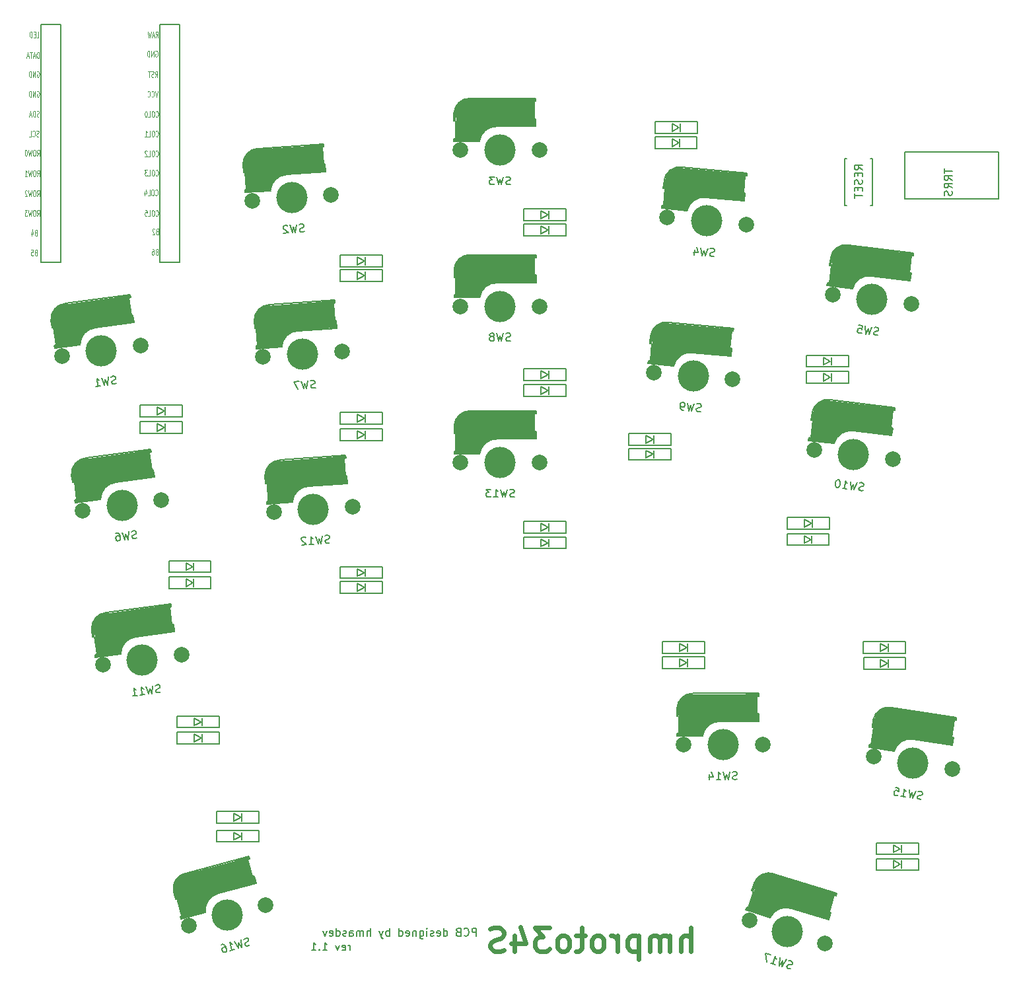
<source format=gbr>
%TF.GenerationSoftware,KiCad,Pcbnew,7.0.7*%
%TF.CreationDate,2024-06-25T00:35:16+09:00*%
%TF.ProjectId,hmproto34,686d7072-6f74-46f3-9334-2e6b69636164,rev?*%
%TF.SameCoordinates,Original*%
%TF.FileFunction,Legend,Bot*%
%TF.FilePolarity,Positive*%
%FSLAX46Y46*%
G04 Gerber Fmt 4.6, Leading zero omitted, Abs format (unit mm)*
G04 Created by KiCad (PCBNEW 7.0.7) date 2024-06-25 00:35:16*
%MOMM*%
%LPD*%
G01*
G04 APERTURE LIST*
%ADD10C,0.600000*%
%ADD11C,0.150000*%
%ADD12C,0.125000*%
%ADD13C,0.300000*%
%ADD14C,0.500000*%
%ADD15C,0.800000*%
%ADD16C,3.000000*%
%ADD17C,3.500000*%
%ADD18C,1.000000*%
%ADD19C,0.400000*%
%ADD20C,2.000000*%
%ADD21C,4.000000*%
G04 APERTURE END LIST*
D10*
X98398360Y-131996657D02*
X98398360Y-128996657D01*
X97112646Y-131996657D02*
X97112646Y-130425228D01*
X97112646Y-130425228D02*
X97255503Y-130139514D01*
X97255503Y-130139514D02*
X97541217Y-129996657D01*
X97541217Y-129996657D02*
X97969788Y-129996657D01*
X97969788Y-129996657D02*
X98255503Y-130139514D01*
X98255503Y-130139514D02*
X98398360Y-130282371D01*
X95684074Y-131996657D02*
X95684074Y-129996657D01*
X95684074Y-130282371D02*
X95541217Y-130139514D01*
X95541217Y-130139514D02*
X95255502Y-129996657D01*
X95255502Y-129996657D02*
X94826931Y-129996657D01*
X94826931Y-129996657D02*
X94541217Y-130139514D01*
X94541217Y-130139514D02*
X94398360Y-130425228D01*
X94398360Y-130425228D02*
X94398360Y-131996657D01*
X94398360Y-130425228D02*
X94255502Y-130139514D01*
X94255502Y-130139514D02*
X93969788Y-129996657D01*
X93969788Y-129996657D02*
X93541217Y-129996657D01*
X93541217Y-129996657D02*
X93255502Y-130139514D01*
X93255502Y-130139514D02*
X93112645Y-130425228D01*
X93112645Y-130425228D02*
X93112645Y-131996657D01*
X91684074Y-129996657D02*
X91684074Y-132996657D01*
X91684074Y-130139514D02*
X91398360Y-129996657D01*
X91398360Y-129996657D02*
X90826931Y-129996657D01*
X90826931Y-129996657D02*
X90541217Y-130139514D01*
X90541217Y-130139514D02*
X90398360Y-130282371D01*
X90398360Y-130282371D02*
X90255502Y-130568085D01*
X90255502Y-130568085D02*
X90255502Y-131425228D01*
X90255502Y-131425228D02*
X90398360Y-131710942D01*
X90398360Y-131710942D02*
X90541217Y-131853800D01*
X90541217Y-131853800D02*
X90826931Y-131996657D01*
X90826931Y-131996657D02*
X91398360Y-131996657D01*
X91398360Y-131996657D02*
X91684074Y-131853800D01*
X88969788Y-131996657D02*
X88969788Y-129996657D01*
X88969788Y-130568085D02*
X88826931Y-130282371D01*
X88826931Y-130282371D02*
X88684074Y-130139514D01*
X88684074Y-130139514D02*
X88398359Y-129996657D01*
X88398359Y-129996657D02*
X88112645Y-129996657D01*
X86684073Y-131996657D02*
X86969788Y-131853800D01*
X86969788Y-131853800D02*
X87112645Y-131710942D01*
X87112645Y-131710942D02*
X87255502Y-131425228D01*
X87255502Y-131425228D02*
X87255502Y-130568085D01*
X87255502Y-130568085D02*
X87112645Y-130282371D01*
X87112645Y-130282371D02*
X86969788Y-130139514D01*
X86969788Y-130139514D02*
X86684073Y-129996657D01*
X86684073Y-129996657D02*
X86255502Y-129996657D01*
X86255502Y-129996657D02*
X85969788Y-130139514D01*
X85969788Y-130139514D02*
X85826931Y-130282371D01*
X85826931Y-130282371D02*
X85684073Y-130568085D01*
X85684073Y-130568085D02*
X85684073Y-131425228D01*
X85684073Y-131425228D02*
X85826931Y-131710942D01*
X85826931Y-131710942D02*
X85969788Y-131853800D01*
X85969788Y-131853800D02*
X86255502Y-131996657D01*
X86255502Y-131996657D02*
X86684073Y-131996657D01*
X84826930Y-129996657D02*
X83684073Y-129996657D01*
X84398359Y-128996657D02*
X84398359Y-131568085D01*
X84398359Y-131568085D02*
X84255502Y-131853800D01*
X84255502Y-131853800D02*
X83969787Y-131996657D01*
X83969787Y-131996657D02*
X83684073Y-131996657D01*
X82255501Y-131996657D02*
X82541216Y-131853800D01*
X82541216Y-131853800D02*
X82684073Y-131710942D01*
X82684073Y-131710942D02*
X82826930Y-131425228D01*
X82826930Y-131425228D02*
X82826930Y-130568085D01*
X82826930Y-130568085D02*
X82684073Y-130282371D01*
X82684073Y-130282371D02*
X82541216Y-130139514D01*
X82541216Y-130139514D02*
X82255501Y-129996657D01*
X82255501Y-129996657D02*
X81826930Y-129996657D01*
X81826930Y-129996657D02*
X81541216Y-130139514D01*
X81541216Y-130139514D02*
X81398359Y-130282371D01*
X81398359Y-130282371D02*
X81255501Y-130568085D01*
X81255501Y-130568085D02*
X81255501Y-131425228D01*
X81255501Y-131425228D02*
X81398359Y-131710942D01*
X81398359Y-131710942D02*
X81541216Y-131853800D01*
X81541216Y-131853800D02*
X81826930Y-131996657D01*
X81826930Y-131996657D02*
X82255501Y-131996657D01*
X80255501Y-128996657D02*
X78398358Y-128996657D01*
X78398358Y-128996657D02*
X79398358Y-130139514D01*
X79398358Y-130139514D02*
X78969787Y-130139514D01*
X78969787Y-130139514D02*
X78684073Y-130282371D01*
X78684073Y-130282371D02*
X78541215Y-130425228D01*
X78541215Y-130425228D02*
X78398358Y-130710942D01*
X78398358Y-130710942D02*
X78398358Y-131425228D01*
X78398358Y-131425228D02*
X78541215Y-131710942D01*
X78541215Y-131710942D02*
X78684073Y-131853800D01*
X78684073Y-131853800D02*
X78969787Y-131996657D01*
X78969787Y-131996657D02*
X79826930Y-131996657D01*
X79826930Y-131996657D02*
X80112644Y-131853800D01*
X80112644Y-131853800D02*
X80255501Y-131710942D01*
X75826930Y-129996657D02*
X75826930Y-131996657D01*
X76541215Y-128853800D02*
X77255501Y-130996657D01*
X77255501Y-130996657D02*
X75398358Y-130996657D01*
X74398358Y-131853800D02*
X73969787Y-131996657D01*
X73969787Y-131996657D02*
X73255501Y-131996657D01*
X73255501Y-131996657D02*
X72969787Y-131853800D01*
X72969787Y-131853800D02*
X72826929Y-131710942D01*
X72826929Y-131710942D02*
X72684072Y-131425228D01*
X72684072Y-131425228D02*
X72684072Y-131139514D01*
X72684072Y-131139514D02*
X72826929Y-130853800D01*
X72826929Y-130853800D02*
X72969787Y-130710942D01*
X72969787Y-130710942D02*
X73255501Y-130568085D01*
X73255501Y-130568085D02*
X73826929Y-130425228D01*
X73826929Y-130425228D02*
X74112644Y-130282371D01*
X74112644Y-130282371D02*
X74255501Y-130139514D01*
X74255501Y-130139514D02*
X74398358Y-129853800D01*
X74398358Y-129853800D02*
X74398358Y-129568085D01*
X74398358Y-129568085D02*
X74255501Y-129282371D01*
X74255501Y-129282371D02*
X74112644Y-129139514D01*
X74112644Y-129139514D02*
X73826929Y-128996657D01*
X73826929Y-128996657D02*
X73112644Y-128996657D01*
X73112644Y-128996657D02*
X72684072Y-129139514D01*
D11*
X70900602Y-130044819D02*
X70900602Y-129044819D01*
X70900602Y-129044819D02*
X70519650Y-129044819D01*
X70519650Y-129044819D02*
X70424412Y-129092438D01*
X70424412Y-129092438D02*
X70376793Y-129140057D01*
X70376793Y-129140057D02*
X70329174Y-129235295D01*
X70329174Y-129235295D02*
X70329174Y-129378152D01*
X70329174Y-129378152D02*
X70376793Y-129473390D01*
X70376793Y-129473390D02*
X70424412Y-129521009D01*
X70424412Y-129521009D02*
X70519650Y-129568628D01*
X70519650Y-129568628D02*
X70900602Y-129568628D01*
X69329174Y-129949580D02*
X69376793Y-129997200D01*
X69376793Y-129997200D02*
X69519650Y-130044819D01*
X69519650Y-130044819D02*
X69614888Y-130044819D01*
X69614888Y-130044819D02*
X69757745Y-129997200D01*
X69757745Y-129997200D02*
X69852983Y-129901961D01*
X69852983Y-129901961D02*
X69900602Y-129806723D01*
X69900602Y-129806723D02*
X69948221Y-129616247D01*
X69948221Y-129616247D02*
X69948221Y-129473390D01*
X69948221Y-129473390D02*
X69900602Y-129282914D01*
X69900602Y-129282914D02*
X69852983Y-129187676D01*
X69852983Y-129187676D02*
X69757745Y-129092438D01*
X69757745Y-129092438D02*
X69614888Y-129044819D01*
X69614888Y-129044819D02*
X69519650Y-129044819D01*
X69519650Y-129044819D02*
X69376793Y-129092438D01*
X69376793Y-129092438D02*
X69329174Y-129140057D01*
X68567269Y-129521009D02*
X68424412Y-129568628D01*
X68424412Y-129568628D02*
X68376793Y-129616247D01*
X68376793Y-129616247D02*
X68329174Y-129711485D01*
X68329174Y-129711485D02*
X68329174Y-129854342D01*
X68329174Y-129854342D02*
X68376793Y-129949580D01*
X68376793Y-129949580D02*
X68424412Y-129997200D01*
X68424412Y-129997200D02*
X68519650Y-130044819D01*
X68519650Y-130044819D02*
X68900602Y-130044819D01*
X68900602Y-130044819D02*
X68900602Y-129044819D01*
X68900602Y-129044819D02*
X68567269Y-129044819D01*
X68567269Y-129044819D02*
X68472031Y-129092438D01*
X68472031Y-129092438D02*
X68424412Y-129140057D01*
X68424412Y-129140057D02*
X68376793Y-129235295D01*
X68376793Y-129235295D02*
X68376793Y-129330533D01*
X68376793Y-129330533D02*
X68424412Y-129425771D01*
X68424412Y-129425771D02*
X68472031Y-129473390D01*
X68472031Y-129473390D02*
X68567269Y-129521009D01*
X68567269Y-129521009D02*
X68900602Y-129521009D01*
X66710126Y-130044819D02*
X66710126Y-129044819D01*
X66710126Y-129997200D02*
X66805364Y-130044819D01*
X66805364Y-130044819D02*
X66995840Y-130044819D01*
X66995840Y-130044819D02*
X67091078Y-129997200D01*
X67091078Y-129997200D02*
X67138697Y-129949580D01*
X67138697Y-129949580D02*
X67186316Y-129854342D01*
X67186316Y-129854342D02*
X67186316Y-129568628D01*
X67186316Y-129568628D02*
X67138697Y-129473390D01*
X67138697Y-129473390D02*
X67091078Y-129425771D01*
X67091078Y-129425771D02*
X66995840Y-129378152D01*
X66995840Y-129378152D02*
X66805364Y-129378152D01*
X66805364Y-129378152D02*
X66710126Y-129425771D01*
X65852983Y-129997200D02*
X65948221Y-130044819D01*
X65948221Y-130044819D02*
X66138697Y-130044819D01*
X66138697Y-130044819D02*
X66233935Y-129997200D01*
X66233935Y-129997200D02*
X66281554Y-129901961D01*
X66281554Y-129901961D02*
X66281554Y-129521009D01*
X66281554Y-129521009D02*
X66233935Y-129425771D01*
X66233935Y-129425771D02*
X66138697Y-129378152D01*
X66138697Y-129378152D02*
X65948221Y-129378152D01*
X65948221Y-129378152D02*
X65852983Y-129425771D01*
X65852983Y-129425771D02*
X65805364Y-129521009D01*
X65805364Y-129521009D02*
X65805364Y-129616247D01*
X65805364Y-129616247D02*
X66281554Y-129711485D01*
X65424411Y-129997200D02*
X65329173Y-130044819D01*
X65329173Y-130044819D02*
X65138697Y-130044819D01*
X65138697Y-130044819D02*
X65043459Y-129997200D01*
X65043459Y-129997200D02*
X64995840Y-129901961D01*
X64995840Y-129901961D02*
X64995840Y-129854342D01*
X64995840Y-129854342D02*
X65043459Y-129759104D01*
X65043459Y-129759104D02*
X65138697Y-129711485D01*
X65138697Y-129711485D02*
X65281554Y-129711485D01*
X65281554Y-129711485D02*
X65376792Y-129663866D01*
X65376792Y-129663866D02*
X65424411Y-129568628D01*
X65424411Y-129568628D02*
X65424411Y-129521009D01*
X65424411Y-129521009D02*
X65376792Y-129425771D01*
X65376792Y-129425771D02*
X65281554Y-129378152D01*
X65281554Y-129378152D02*
X65138697Y-129378152D01*
X65138697Y-129378152D02*
X65043459Y-129425771D01*
X64567268Y-130044819D02*
X64567268Y-129378152D01*
X64567268Y-129044819D02*
X64614887Y-129092438D01*
X64614887Y-129092438D02*
X64567268Y-129140057D01*
X64567268Y-129140057D02*
X64519649Y-129092438D01*
X64519649Y-129092438D02*
X64567268Y-129044819D01*
X64567268Y-129044819D02*
X64567268Y-129140057D01*
X63662507Y-129378152D02*
X63662507Y-130187676D01*
X63662507Y-130187676D02*
X63710126Y-130282914D01*
X63710126Y-130282914D02*
X63757745Y-130330533D01*
X63757745Y-130330533D02*
X63852983Y-130378152D01*
X63852983Y-130378152D02*
X63995840Y-130378152D01*
X63995840Y-130378152D02*
X64091078Y-130330533D01*
X63662507Y-129997200D02*
X63757745Y-130044819D01*
X63757745Y-130044819D02*
X63948221Y-130044819D01*
X63948221Y-130044819D02*
X64043459Y-129997200D01*
X64043459Y-129997200D02*
X64091078Y-129949580D01*
X64091078Y-129949580D02*
X64138697Y-129854342D01*
X64138697Y-129854342D02*
X64138697Y-129568628D01*
X64138697Y-129568628D02*
X64091078Y-129473390D01*
X64091078Y-129473390D02*
X64043459Y-129425771D01*
X64043459Y-129425771D02*
X63948221Y-129378152D01*
X63948221Y-129378152D02*
X63757745Y-129378152D01*
X63757745Y-129378152D02*
X63662507Y-129425771D01*
X63186316Y-129378152D02*
X63186316Y-130044819D01*
X63186316Y-129473390D02*
X63138697Y-129425771D01*
X63138697Y-129425771D02*
X63043459Y-129378152D01*
X63043459Y-129378152D02*
X62900602Y-129378152D01*
X62900602Y-129378152D02*
X62805364Y-129425771D01*
X62805364Y-129425771D02*
X62757745Y-129521009D01*
X62757745Y-129521009D02*
X62757745Y-130044819D01*
X61900602Y-129997200D02*
X61995840Y-130044819D01*
X61995840Y-130044819D02*
X62186316Y-130044819D01*
X62186316Y-130044819D02*
X62281554Y-129997200D01*
X62281554Y-129997200D02*
X62329173Y-129901961D01*
X62329173Y-129901961D02*
X62329173Y-129521009D01*
X62329173Y-129521009D02*
X62281554Y-129425771D01*
X62281554Y-129425771D02*
X62186316Y-129378152D01*
X62186316Y-129378152D02*
X61995840Y-129378152D01*
X61995840Y-129378152D02*
X61900602Y-129425771D01*
X61900602Y-129425771D02*
X61852983Y-129521009D01*
X61852983Y-129521009D02*
X61852983Y-129616247D01*
X61852983Y-129616247D02*
X62329173Y-129711485D01*
X60995840Y-130044819D02*
X60995840Y-129044819D01*
X60995840Y-129997200D02*
X61091078Y-130044819D01*
X61091078Y-130044819D02*
X61281554Y-130044819D01*
X61281554Y-130044819D02*
X61376792Y-129997200D01*
X61376792Y-129997200D02*
X61424411Y-129949580D01*
X61424411Y-129949580D02*
X61472030Y-129854342D01*
X61472030Y-129854342D02*
X61472030Y-129568628D01*
X61472030Y-129568628D02*
X61424411Y-129473390D01*
X61424411Y-129473390D02*
X61376792Y-129425771D01*
X61376792Y-129425771D02*
X61281554Y-129378152D01*
X61281554Y-129378152D02*
X61091078Y-129378152D01*
X61091078Y-129378152D02*
X60995840Y-129425771D01*
X59757744Y-130044819D02*
X59757744Y-129044819D01*
X59757744Y-129425771D02*
X59662506Y-129378152D01*
X59662506Y-129378152D02*
X59472030Y-129378152D01*
X59472030Y-129378152D02*
X59376792Y-129425771D01*
X59376792Y-129425771D02*
X59329173Y-129473390D01*
X59329173Y-129473390D02*
X59281554Y-129568628D01*
X59281554Y-129568628D02*
X59281554Y-129854342D01*
X59281554Y-129854342D02*
X59329173Y-129949580D01*
X59329173Y-129949580D02*
X59376792Y-129997200D01*
X59376792Y-129997200D02*
X59472030Y-130044819D01*
X59472030Y-130044819D02*
X59662506Y-130044819D01*
X59662506Y-130044819D02*
X59757744Y-129997200D01*
X58948220Y-129378152D02*
X58710125Y-130044819D01*
X58472030Y-129378152D02*
X58710125Y-130044819D01*
X58710125Y-130044819D02*
X58805363Y-130282914D01*
X58805363Y-130282914D02*
X58852982Y-130330533D01*
X58852982Y-130330533D02*
X58948220Y-130378152D01*
X57329172Y-130044819D02*
X57329172Y-129044819D01*
X56900601Y-130044819D02*
X56900601Y-129521009D01*
X56900601Y-129521009D02*
X56948220Y-129425771D01*
X56948220Y-129425771D02*
X57043458Y-129378152D01*
X57043458Y-129378152D02*
X57186315Y-129378152D01*
X57186315Y-129378152D02*
X57281553Y-129425771D01*
X57281553Y-129425771D02*
X57329172Y-129473390D01*
X56424410Y-130044819D02*
X56424410Y-129378152D01*
X56424410Y-129473390D02*
X56376791Y-129425771D01*
X56376791Y-129425771D02*
X56281553Y-129378152D01*
X56281553Y-129378152D02*
X56138696Y-129378152D01*
X56138696Y-129378152D02*
X56043458Y-129425771D01*
X56043458Y-129425771D02*
X55995839Y-129521009D01*
X55995839Y-129521009D02*
X55995839Y-130044819D01*
X55995839Y-129521009D02*
X55948220Y-129425771D01*
X55948220Y-129425771D02*
X55852982Y-129378152D01*
X55852982Y-129378152D02*
X55710125Y-129378152D01*
X55710125Y-129378152D02*
X55614886Y-129425771D01*
X55614886Y-129425771D02*
X55567267Y-129521009D01*
X55567267Y-129521009D02*
X55567267Y-130044819D01*
X54662506Y-130044819D02*
X54662506Y-129521009D01*
X54662506Y-129521009D02*
X54710125Y-129425771D01*
X54710125Y-129425771D02*
X54805363Y-129378152D01*
X54805363Y-129378152D02*
X54995839Y-129378152D01*
X54995839Y-129378152D02*
X55091077Y-129425771D01*
X54662506Y-129997200D02*
X54757744Y-130044819D01*
X54757744Y-130044819D02*
X54995839Y-130044819D01*
X54995839Y-130044819D02*
X55091077Y-129997200D01*
X55091077Y-129997200D02*
X55138696Y-129901961D01*
X55138696Y-129901961D02*
X55138696Y-129806723D01*
X55138696Y-129806723D02*
X55091077Y-129711485D01*
X55091077Y-129711485D02*
X54995839Y-129663866D01*
X54995839Y-129663866D02*
X54757744Y-129663866D01*
X54757744Y-129663866D02*
X54662506Y-129616247D01*
X54233934Y-129997200D02*
X54138696Y-130044819D01*
X54138696Y-130044819D02*
X53948220Y-130044819D01*
X53948220Y-130044819D02*
X53852982Y-129997200D01*
X53852982Y-129997200D02*
X53805363Y-129901961D01*
X53805363Y-129901961D02*
X53805363Y-129854342D01*
X53805363Y-129854342D02*
X53852982Y-129759104D01*
X53852982Y-129759104D02*
X53948220Y-129711485D01*
X53948220Y-129711485D02*
X54091077Y-129711485D01*
X54091077Y-129711485D02*
X54186315Y-129663866D01*
X54186315Y-129663866D02*
X54233934Y-129568628D01*
X54233934Y-129568628D02*
X54233934Y-129521009D01*
X54233934Y-129521009D02*
X54186315Y-129425771D01*
X54186315Y-129425771D02*
X54091077Y-129378152D01*
X54091077Y-129378152D02*
X53948220Y-129378152D01*
X53948220Y-129378152D02*
X53852982Y-129425771D01*
X52948220Y-130044819D02*
X52948220Y-129044819D01*
X52948220Y-129997200D02*
X53043458Y-130044819D01*
X53043458Y-130044819D02*
X53233934Y-130044819D01*
X53233934Y-130044819D02*
X53329172Y-129997200D01*
X53329172Y-129997200D02*
X53376791Y-129949580D01*
X53376791Y-129949580D02*
X53424410Y-129854342D01*
X53424410Y-129854342D02*
X53424410Y-129568628D01*
X53424410Y-129568628D02*
X53376791Y-129473390D01*
X53376791Y-129473390D02*
X53329172Y-129425771D01*
X53329172Y-129425771D02*
X53233934Y-129378152D01*
X53233934Y-129378152D02*
X53043458Y-129378152D01*
X53043458Y-129378152D02*
X52948220Y-129425771D01*
X52091077Y-129997200D02*
X52186315Y-130044819D01*
X52186315Y-130044819D02*
X52376791Y-130044819D01*
X52376791Y-130044819D02*
X52472029Y-129997200D01*
X52472029Y-129997200D02*
X52519648Y-129901961D01*
X52519648Y-129901961D02*
X52519648Y-129521009D01*
X52519648Y-129521009D02*
X52472029Y-129425771D01*
X52472029Y-129425771D02*
X52376791Y-129378152D01*
X52376791Y-129378152D02*
X52186315Y-129378152D01*
X52186315Y-129378152D02*
X52091077Y-129425771D01*
X52091077Y-129425771D02*
X52043458Y-129521009D01*
X52043458Y-129521009D02*
X52043458Y-129616247D01*
X52043458Y-129616247D02*
X52519648Y-129711485D01*
X51710124Y-129378152D02*
X51472029Y-130044819D01*
X51472029Y-130044819D02*
X51233934Y-129378152D01*
X54720602Y-131884819D02*
X54720602Y-131218152D01*
X54720602Y-131408628D02*
X54672983Y-131313390D01*
X54672983Y-131313390D02*
X54625364Y-131265771D01*
X54625364Y-131265771D02*
X54530126Y-131218152D01*
X54530126Y-131218152D02*
X54434888Y-131218152D01*
X53720602Y-131837200D02*
X53815840Y-131884819D01*
X53815840Y-131884819D02*
X54006316Y-131884819D01*
X54006316Y-131884819D02*
X54101554Y-131837200D01*
X54101554Y-131837200D02*
X54149173Y-131741961D01*
X54149173Y-131741961D02*
X54149173Y-131361009D01*
X54149173Y-131361009D02*
X54101554Y-131265771D01*
X54101554Y-131265771D02*
X54006316Y-131218152D01*
X54006316Y-131218152D02*
X53815840Y-131218152D01*
X53815840Y-131218152D02*
X53720602Y-131265771D01*
X53720602Y-131265771D02*
X53672983Y-131361009D01*
X53672983Y-131361009D02*
X53672983Y-131456247D01*
X53672983Y-131456247D02*
X54149173Y-131551485D01*
X53339649Y-131218152D02*
X53101554Y-131884819D01*
X53101554Y-131884819D02*
X52863459Y-131218152D01*
X51196792Y-131884819D02*
X51768220Y-131884819D01*
X51482506Y-131884819D02*
X51482506Y-130884819D01*
X51482506Y-130884819D02*
X51577744Y-131027676D01*
X51577744Y-131027676D02*
X51672982Y-131122914D01*
X51672982Y-131122914D02*
X51768220Y-131170533D01*
X50768220Y-131789580D02*
X50720601Y-131837200D01*
X50720601Y-131837200D02*
X50768220Y-131884819D01*
X50768220Y-131884819D02*
X50815839Y-131837200D01*
X50815839Y-131837200D02*
X50768220Y-131789580D01*
X50768220Y-131789580D02*
X50768220Y-131884819D01*
X49768221Y-131884819D02*
X50339649Y-131884819D01*
X50053935Y-131884819D02*
X50053935Y-130884819D01*
X50053935Y-130884819D02*
X50149173Y-131027676D01*
X50149173Y-131027676D02*
X50244411Y-131122914D01*
X50244411Y-131122914D02*
X50339649Y-131170533D01*
X30423430Y-98768881D02*
X30288010Y-98834739D01*
X30288010Y-98834739D02*
X30051952Y-98865817D01*
X30051952Y-98865817D02*
X29951313Y-98831036D01*
X29951313Y-98831036D02*
X29897886Y-98790040D01*
X29897886Y-98790040D02*
X29838243Y-98701832D01*
X29838243Y-98701832D02*
X29825812Y-98607409D01*
X29825812Y-98607409D02*
X29860593Y-98506770D01*
X29860593Y-98506770D02*
X29901589Y-98453343D01*
X29901589Y-98453343D02*
X29989797Y-98393700D01*
X29989797Y-98393700D02*
X30172428Y-98321626D01*
X30172428Y-98321626D02*
X30260636Y-98261983D01*
X30260636Y-98261983D02*
X30301632Y-98208556D01*
X30301632Y-98208556D02*
X30336412Y-98107917D01*
X30336412Y-98107917D02*
X30323981Y-98013494D01*
X30323981Y-98013494D02*
X30264339Y-97925286D01*
X30264339Y-97925286D02*
X30210911Y-97884290D01*
X30210911Y-97884290D02*
X30110273Y-97849510D01*
X30110273Y-97849510D02*
X29874214Y-97880587D01*
X29874214Y-97880587D02*
X29738795Y-97946445D01*
X29402098Y-97942743D02*
X29296565Y-98965265D01*
X29296565Y-98965265D02*
X29014486Y-98281952D01*
X29014486Y-98281952D02*
X28918872Y-99014989D01*
X28918872Y-99014989D02*
X28552288Y-98054622D01*
X27785793Y-99164162D02*
X28352332Y-99089576D01*
X28069062Y-99126869D02*
X27938536Y-98135424D01*
X27938536Y-98135424D02*
X28051606Y-98264628D01*
X28051606Y-98264628D02*
X28158461Y-98346620D01*
X28158461Y-98346620D02*
X28259099Y-98381401D01*
X26841559Y-99288473D02*
X27408099Y-99213886D01*
X27124829Y-99251180D02*
X26994303Y-98259735D01*
X26994303Y-98259735D02*
X27107373Y-98388939D01*
X27107373Y-98388939D02*
X27214227Y-98470931D01*
X27214227Y-98470931D02*
X27314866Y-98505711D01*
X120364819Y-31835618D02*
X119888628Y-31502285D01*
X120364819Y-31264190D02*
X119364819Y-31264190D01*
X119364819Y-31264190D02*
X119364819Y-31645142D01*
X119364819Y-31645142D02*
X119412438Y-31740380D01*
X119412438Y-31740380D02*
X119460057Y-31787999D01*
X119460057Y-31787999D02*
X119555295Y-31835618D01*
X119555295Y-31835618D02*
X119698152Y-31835618D01*
X119698152Y-31835618D02*
X119793390Y-31787999D01*
X119793390Y-31787999D02*
X119841009Y-31740380D01*
X119841009Y-31740380D02*
X119888628Y-31645142D01*
X119888628Y-31645142D02*
X119888628Y-31264190D01*
X119841009Y-32264190D02*
X119841009Y-32597523D01*
X120364819Y-32740380D02*
X120364819Y-32264190D01*
X120364819Y-32264190D02*
X119364819Y-32264190D01*
X119364819Y-32264190D02*
X119364819Y-32740380D01*
X120317200Y-33121333D02*
X120364819Y-33264190D01*
X120364819Y-33264190D02*
X120364819Y-33502285D01*
X120364819Y-33502285D02*
X120317200Y-33597523D01*
X120317200Y-33597523D02*
X120269580Y-33645142D01*
X120269580Y-33645142D02*
X120174342Y-33692761D01*
X120174342Y-33692761D02*
X120079104Y-33692761D01*
X120079104Y-33692761D02*
X119983866Y-33645142D01*
X119983866Y-33645142D02*
X119936247Y-33597523D01*
X119936247Y-33597523D02*
X119888628Y-33502285D01*
X119888628Y-33502285D02*
X119841009Y-33311809D01*
X119841009Y-33311809D02*
X119793390Y-33216571D01*
X119793390Y-33216571D02*
X119745771Y-33168952D01*
X119745771Y-33168952D02*
X119650533Y-33121333D01*
X119650533Y-33121333D02*
X119555295Y-33121333D01*
X119555295Y-33121333D02*
X119460057Y-33168952D01*
X119460057Y-33168952D02*
X119412438Y-33216571D01*
X119412438Y-33216571D02*
X119364819Y-33311809D01*
X119364819Y-33311809D02*
X119364819Y-33549904D01*
X119364819Y-33549904D02*
X119412438Y-33692761D01*
X119841009Y-34121333D02*
X119841009Y-34454666D01*
X120364819Y-34597523D02*
X120364819Y-34121333D01*
X120364819Y-34121333D02*
X119364819Y-34121333D01*
X119364819Y-34121333D02*
X119364819Y-34597523D01*
X119364819Y-34883238D02*
X119364819Y-35454666D01*
X120364819Y-35168952D02*
X119364819Y-35168952D01*
X75277464Y-53742776D02*
X75134607Y-53790395D01*
X75134607Y-53790395D02*
X74896512Y-53790395D01*
X74896512Y-53790395D02*
X74801274Y-53742776D01*
X74801274Y-53742776D02*
X74753655Y-53695156D01*
X74753655Y-53695156D02*
X74706036Y-53599918D01*
X74706036Y-53599918D02*
X74706036Y-53504680D01*
X74706036Y-53504680D02*
X74753655Y-53409442D01*
X74753655Y-53409442D02*
X74801274Y-53361823D01*
X74801274Y-53361823D02*
X74896512Y-53314204D01*
X74896512Y-53314204D02*
X75086988Y-53266585D01*
X75086988Y-53266585D02*
X75182226Y-53218966D01*
X75182226Y-53218966D02*
X75229845Y-53171347D01*
X75229845Y-53171347D02*
X75277464Y-53076109D01*
X75277464Y-53076109D02*
X75277464Y-52980871D01*
X75277464Y-52980871D02*
X75229845Y-52885633D01*
X75229845Y-52885633D02*
X75182226Y-52838014D01*
X75182226Y-52838014D02*
X75086988Y-52790395D01*
X75086988Y-52790395D02*
X74848893Y-52790395D01*
X74848893Y-52790395D02*
X74706036Y-52838014D01*
X74372702Y-52790395D02*
X74134607Y-53790395D01*
X74134607Y-53790395D02*
X73944131Y-53076109D01*
X73944131Y-53076109D02*
X73753655Y-53790395D01*
X73753655Y-53790395D02*
X73515560Y-52790395D01*
X72991750Y-53218966D02*
X73086988Y-53171347D01*
X73086988Y-53171347D02*
X73134607Y-53123728D01*
X73134607Y-53123728D02*
X73182226Y-53028490D01*
X73182226Y-53028490D02*
X73182226Y-52980871D01*
X73182226Y-52980871D02*
X73134607Y-52885633D01*
X73134607Y-52885633D02*
X73086988Y-52838014D01*
X73086988Y-52838014D02*
X72991750Y-52790395D01*
X72991750Y-52790395D02*
X72801274Y-52790395D01*
X72801274Y-52790395D02*
X72706036Y-52838014D01*
X72706036Y-52838014D02*
X72658417Y-52885633D01*
X72658417Y-52885633D02*
X72610798Y-52980871D01*
X72610798Y-52980871D02*
X72610798Y-53028490D01*
X72610798Y-53028490D02*
X72658417Y-53123728D01*
X72658417Y-53123728D02*
X72706036Y-53171347D01*
X72706036Y-53171347D02*
X72801274Y-53218966D01*
X72801274Y-53218966D02*
X72991750Y-53218966D01*
X72991750Y-53218966D02*
X73086988Y-53266585D01*
X73086988Y-53266585D02*
X73134607Y-53314204D01*
X73134607Y-53314204D02*
X73182226Y-53409442D01*
X73182226Y-53409442D02*
X73182226Y-53599918D01*
X73182226Y-53599918D02*
X73134607Y-53695156D01*
X73134607Y-53695156D02*
X73086988Y-53742776D01*
X73086988Y-53742776D02*
X72991750Y-53790395D01*
X72991750Y-53790395D02*
X72801274Y-53790395D01*
X72801274Y-53790395D02*
X72706036Y-53742776D01*
X72706036Y-53742776D02*
X72658417Y-53695156D01*
X72658417Y-53695156D02*
X72610798Y-53599918D01*
X72610798Y-53599918D02*
X72610798Y-53409442D01*
X72610798Y-53409442D02*
X72658417Y-53314204D01*
X72658417Y-53314204D02*
X72706036Y-53266585D01*
X72706036Y-53266585D02*
X72801274Y-53218966D01*
X52116678Y-79635814D02*
X51977491Y-79693282D01*
X51977491Y-79693282D02*
X51739976Y-79709891D01*
X51739976Y-79709891D02*
X51641648Y-79669031D01*
X51641648Y-79669031D02*
X51590823Y-79624850D01*
X51590823Y-79624850D02*
X51536676Y-79533165D01*
X51536676Y-79533165D02*
X51530033Y-79438159D01*
X51530033Y-79438159D02*
X51570893Y-79339831D01*
X51570893Y-79339831D02*
X51615074Y-79289007D01*
X51615074Y-79289007D02*
X51706758Y-79234860D01*
X51706758Y-79234860D02*
X51893449Y-79174070D01*
X51893449Y-79174070D02*
X51985133Y-79119924D01*
X51985133Y-79119924D02*
X52029314Y-79069099D01*
X52029314Y-79069099D02*
X52070174Y-78970771D01*
X52070174Y-78970771D02*
X52063530Y-78875765D01*
X52063530Y-78875765D02*
X52009384Y-78784080D01*
X52009384Y-78784080D02*
X51958559Y-78739899D01*
X51958559Y-78739899D02*
X51860231Y-78699040D01*
X51860231Y-78699040D02*
X51622716Y-78715648D01*
X51622716Y-78715648D02*
X51483529Y-78773116D01*
X51147686Y-78748866D02*
X50979927Y-79763038D01*
X50979927Y-79763038D02*
X50740088Y-79063780D01*
X50740088Y-79063780D02*
X50599902Y-79789612D01*
X50599902Y-79789612D02*
X50292631Y-78808657D01*
X49459829Y-79869334D02*
X50029866Y-79829473D01*
X49744848Y-79849403D02*
X49675091Y-78851839D01*
X49675091Y-78851839D02*
X49780062Y-78987705D01*
X49780062Y-78987705D02*
X49881712Y-79076068D01*
X49881712Y-79076068D02*
X49980040Y-79116927D01*
X49016692Y-78993350D02*
X48965867Y-78949169D01*
X48965867Y-78949169D02*
X48867539Y-78908309D01*
X48867539Y-78908309D02*
X48630024Y-78924918D01*
X48630024Y-78924918D02*
X48538340Y-78979064D01*
X48538340Y-78979064D02*
X48494158Y-79029889D01*
X48494158Y-79029889D02*
X48453299Y-79128217D01*
X48453299Y-79128217D02*
X48459942Y-79223223D01*
X48459942Y-79223223D02*
X48517410Y-79362410D01*
X48517410Y-79362410D02*
X49127308Y-79892586D01*
X49127308Y-79892586D02*
X48509768Y-79935769D01*
X120483065Y-72940451D02*
X120335470Y-72970305D01*
X120335470Y-72970305D02*
X120099149Y-72941288D01*
X120099149Y-72941288D02*
X120010424Y-72882418D01*
X120010424Y-72882418D02*
X119968963Y-72829350D01*
X119968963Y-72829350D02*
X119933306Y-72729019D01*
X119933306Y-72729019D02*
X119944912Y-72634491D01*
X119944912Y-72634491D02*
X120003783Y-72545766D01*
X120003783Y-72545766D02*
X120056851Y-72504305D01*
X120056851Y-72504305D02*
X120157182Y-72468647D01*
X120157182Y-72468647D02*
X120352042Y-72444597D01*
X120352042Y-72444597D02*
X120452373Y-72408939D01*
X120452373Y-72408939D02*
X120505441Y-72367478D01*
X120505441Y-72367478D02*
X120564311Y-72278753D01*
X120564311Y-72278753D02*
X120575918Y-72184225D01*
X120575918Y-72184225D02*
X120540261Y-72083894D01*
X120540261Y-72083894D02*
X120498800Y-72030826D01*
X120498800Y-72030826D02*
X120410075Y-71971956D01*
X120410075Y-71971956D02*
X120173754Y-71942939D01*
X120173754Y-71942939D02*
X120026159Y-71972793D01*
X119701113Y-71884906D02*
X119342923Y-72848436D01*
X119342923Y-72848436D02*
X119240917Y-72116261D01*
X119240917Y-72116261D02*
X118964811Y-72802009D01*
X118964811Y-72802009D02*
X118850359Y-71780447D01*
X117830472Y-72662730D02*
X118397641Y-72732370D01*
X118114057Y-72697550D02*
X118235926Y-71705004D01*
X118235926Y-71705004D02*
X118313045Y-71858403D01*
X118313045Y-71858403D02*
X118395966Y-71964537D01*
X118395966Y-71964537D02*
X118484691Y-72023408D01*
X117337908Y-71594741D02*
X117243380Y-71583134D01*
X117243380Y-71583134D02*
X117143049Y-71618792D01*
X117143049Y-71618792D02*
X117089981Y-71660253D01*
X117089981Y-71660253D02*
X117031110Y-71748977D01*
X117031110Y-71748977D02*
X116960633Y-71932231D01*
X116960633Y-71932231D02*
X116931617Y-72168551D01*
X116931617Y-72168551D02*
X116955667Y-72363411D01*
X116955667Y-72363411D02*
X116991325Y-72463742D01*
X116991325Y-72463742D02*
X117032786Y-72516810D01*
X117032786Y-72516810D02*
X117121511Y-72575680D01*
X117121511Y-72575680D02*
X117216039Y-72587287D01*
X117216039Y-72587287D02*
X117316370Y-72551630D01*
X117316370Y-72551630D02*
X117369438Y-72510169D01*
X117369438Y-72510169D02*
X117428308Y-72421444D01*
X117428308Y-72421444D02*
X117498786Y-72238191D01*
X117498786Y-72238191D02*
X117527802Y-72001870D01*
X117527802Y-72001870D02*
X117503751Y-71807011D01*
X117503751Y-71807011D02*
X117468094Y-71706679D01*
X117468094Y-71706679D02*
X117426633Y-71653612D01*
X117426633Y-71653612D02*
X117337908Y-71594741D01*
X50271647Y-59759031D02*
X50132460Y-59816499D01*
X50132460Y-59816499D02*
X49894945Y-59833108D01*
X49894945Y-59833108D02*
X49796617Y-59792248D01*
X49796617Y-59792248D02*
X49745792Y-59748067D01*
X49745792Y-59748067D02*
X49691645Y-59656383D01*
X49691645Y-59656383D02*
X49685002Y-59561377D01*
X49685002Y-59561377D02*
X49725862Y-59463049D01*
X49725862Y-59463049D02*
X49770043Y-59412224D01*
X49770043Y-59412224D02*
X49861727Y-59358077D01*
X49861727Y-59358077D02*
X50048418Y-59297287D01*
X50048418Y-59297287D02*
X50140102Y-59243141D01*
X50140102Y-59243141D02*
X50184283Y-59192316D01*
X50184283Y-59192316D02*
X50225143Y-59093988D01*
X50225143Y-59093988D02*
X50218499Y-58998982D01*
X50218499Y-58998982D02*
X50164353Y-58907298D01*
X50164353Y-58907298D02*
X50113528Y-58863117D01*
X50113528Y-58863117D02*
X50015200Y-58822257D01*
X50015200Y-58822257D02*
X49777685Y-58838866D01*
X49777685Y-58838866D02*
X49638498Y-58896334D01*
X49302654Y-58872083D02*
X49134896Y-59886256D01*
X49134896Y-59886256D02*
X48895057Y-59186997D01*
X48895057Y-59186997D02*
X48754871Y-59912830D01*
X48754871Y-59912830D02*
X48447600Y-58931874D01*
X48162581Y-58951805D02*
X47497539Y-58998309D01*
X47497539Y-58998309D02*
X47994823Y-59965977D01*
X41872664Y-131174264D02*
X41747000Y-131257235D01*
X41747000Y-131257235D02*
X41517017Y-131318858D01*
X41517017Y-131318858D02*
X41412700Y-131297511D01*
X41412700Y-131297511D02*
X41354379Y-131263840D01*
X41354379Y-131263840D02*
X41283733Y-131184171D01*
X41283733Y-131184171D02*
X41259083Y-131092179D01*
X41259083Y-131092179D02*
X41280430Y-130987861D01*
X41280430Y-130987861D02*
X41314102Y-130929540D01*
X41314102Y-130929540D02*
X41393770Y-130858894D01*
X41393770Y-130858894D02*
X41565431Y-130763598D01*
X41565431Y-130763598D02*
X41645100Y-130692953D01*
X41645100Y-130692953D02*
X41678771Y-130634631D01*
X41678771Y-130634631D02*
X41700118Y-130530314D01*
X41700118Y-130530314D02*
X41675469Y-130438321D01*
X41675469Y-130438321D02*
X41604823Y-130358653D01*
X41604823Y-130358653D02*
X41546502Y-130324981D01*
X41546502Y-130324981D02*
X41442184Y-130303634D01*
X41442184Y-130303634D02*
X41212202Y-130365257D01*
X41212202Y-130365257D02*
X41086537Y-130448228D01*
X40752237Y-130488505D02*
X40781074Y-131516054D01*
X40781074Y-131516054D02*
X40412217Y-130875406D01*
X40412217Y-130875406D02*
X40413102Y-131614652D01*
X40413102Y-131614652D02*
X39924301Y-130710349D01*
X39309187Y-131910445D02*
X39861145Y-131762548D01*
X39585166Y-131836497D02*
X39326347Y-130870571D01*
X39326347Y-130870571D02*
X39455314Y-130983911D01*
X39455314Y-130983911D02*
X39571956Y-131051254D01*
X39571956Y-131051254D02*
X39676274Y-131072601D01*
X38222431Y-131166364D02*
X38406417Y-131117065D01*
X38406417Y-131117065D02*
X38510735Y-131138412D01*
X38510735Y-131138412D02*
X38569056Y-131172084D01*
X38569056Y-131172084D02*
X38698023Y-131285424D01*
X38698023Y-131285424D02*
X38793319Y-131457085D01*
X38793319Y-131457085D02*
X38891916Y-131825057D01*
X38891916Y-131825057D02*
X38870569Y-131929374D01*
X38870569Y-131929374D02*
X38836898Y-131987696D01*
X38836898Y-131987696D02*
X38757229Y-132058341D01*
X38757229Y-132058341D02*
X38573243Y-132107640D01*
X38573243Y-132107640D02*
X38468926Y-132086293D01*
X38468926Y-132086293D02*
X38410605Y-132052622D01*
X38410605Y-132052622D02*
X38339959Y-131972953D01*
X38339959Y-131972953D02*
X38278335Y-131742971D01*
X38278335Y-131742971D02*
X38299682Y-131638653D01*
X38299682Y-131638653D02*
X38333354Y-131580332D01*
X38333354Y-131580332D02*
X38413022Y-131509686D01*
X38413022Y-131509686D02*
X38597008Y-131460387D01*
X38597008Y-131460387D02*
X38701326Y-131481734D01*
X38701326Y-131481734D02*
X38759647Y-131515406D01*
X38759647Y-131515406D02*
X38830293Y-131595074D01*
X111216047Y-134239255D02*
X111065510Y-134243026D01*
X111065510Y-134243026D02*
X110837818Y-134173414D01*
X110837818Y-134173414D02*
X110760664Y-134100031D01*
X110760664Y-134100031D02*
X110729048Y-134040570D01*
X110729048Y-134040570D02*
X110711354Y-133935571D01*
X110711354Y-133935571D02*
X110739199Y-133844494D01*
X110739199Y-133844494D02*
X110812583Y-133767340D01*
X110812583Y-133767340D02*
X110872043Y-133735724D01*
X110872043Y-133735724D02*
X110977043Y-133718031D01*
X110977043Y-133718031D02*
X111173118Y-133728182D01*
X111173118Y-133728182D02*
X111278117Y-133710489D01*
X111278117Y-133710489D02*
X111337578Y-133678873D01*
X111337578Y-133678873D02*
X111410961Y-133601719D01*
X111410961Y-133601719D02*
X111438806Y-133510642D01*
X111438806Y-133510642D02*
X111421113Y-133405643D01*
X111421113Y-133405643D02*
X111389497Y-133346182D01*
X111389497Y-133346182D02*
X111312343Y-133272799D01*
X111312343Y-133272799D02*
X111084651Y-133203187D01*
X111084651Y-133203187D02*
X110934114Y-133206958D01*
X110629268Y-133063962D02*
X110109205Y-133950655D01*
X110109205Y-133950655D02*
X110135888Y-133211890D01*
X110135888Y-133211890D02*
X109744898Y-133839275D01*
X109744898Y-133839275D02*
X109809578Y-132813358D01*
X108651979Y-133505136D02*
X109198438Y-133672205D01*
X108925209Y-133588671D02*
X109217580Y-132632366D01*
X109217580Y-132632366D02*
X109266889Y-132796826D01*
X109266889Y-132796826D02*
X109330121Y-132915747D01*
X109330121Y-132915747D02*
X109407275Y-132989131D01*
X108625582Y-132451374D02*
X107988045Y-132256459D01*
X107988045Y-132256459D02*
X108105519Y-133338066D01*
X99658278Y-62812213D02*
X99511814Y-62847200D01*
X99511814Y-62847200D02*
X99274625Y-62826448D01*
X99274625Y-62826448D02*
X99183899Y-62770710D01*
X99183899Y-62770710D02*
X99140612Y-62719122D01*
X99140612Y-62719122D02*
X99101474Y-62620096D01*
X99101474Y-62620096D02*
X99109775Y-62525220D01*
X99109775Y-62525220D02*
X99165513Y-62434495D01*
X99165513Y-62434495D02*
X99217102Y-62391207D01*
X99217102Y-62391207D02*
X99316127Y-62352070D01*
X99316127Y-62352070D02*
X99510029Y-62321233D01*
X99510029Y-62321233D02*
X99609055Y-62282096D01*
X99609055Y-62282096D02*
X99660643Y-62238808D01*
X99660643Y-62238808D02*
X99716382Y-62148083D01*
X99716382Y-62148083D02*
X99724682Y-62053207D01*
X99724682Y-62053207D02*
X99685545Y-61954181D01*
X99685545Y-61954181D02*
X99642257Y-61902593D01*
X99642257Y-61902593D02*
X99551532Y-61846855D01*
X99551532Y-61846855D02*
X99314343Y-61826103D01*
X99314343Y-61826103D02*
X99167879Y-61861090D01*
X98839964Y-61784601D02*
X98515619Y-62760044D01*
X98515619Y-62760044D02*
X98388122Y-62031875D01*
X98388122Y-62031875D02*
X98136116Y-62726842D01*
X98136116Y-62726842D02*
X97986083Y-61709896D01*
X97471987Y-62668738D02*
X97282235Y-62652137D01*
X97282235Y-62652137D02*
X97191510Y-62596398D01*
X97191510Y-62596398D02*
X97148222Y-62544810D01*
X97148222Y-62544810D02*
X97065798Y-62394196D01*
X97065798Y-62394196D02*
X97034961Y-62200295D01*
X97034961Y-62200295D02*
X97068163Y-61820792D01*
X97068163Y-61820792D02*
X97123901Y-61730066D01*
X97123901Y-61730066D02*
X97175490Y-61686779D01*
X97175490Y-61686779D02*
X97274515Y-61647642D01*
X97274515Y-61647642D02*
X97464267Y-61664243D01*
X97464267Y-61664243D02*
X97554992Y-61719981D01*
X97554992Y-61719981D02*
X97598280Y-61771569D01*
X97598280Y-61771569D02*
X97637417Y-61870595D01*
X97637417Y-61870595D02*
X97616666Y-62107784D01*
X97616666Y-62107784D02*
X97560927Y-62198510D01*
X97560927Y-62198510D02*
X97509339Y-62241797D01*
X97509339Y-62241797D02*
X97410313Y-62280935D01*
X97410313Y-62280935D02*
X97220562Y-62264333D01*
X97220562Y-62264333D02*
X97129837Y-62208595D01*
X97129837Y-62208595D02*
X97086549Y-62157007D01*
X97086549Y-62157007D02*
X97047412Y-62057981D01*
X27361313Y-79031036D02*
X27225893Y-79096894D01*
X27225893Y-79096894D02*
X26989835Y-79127972D01*
X26989835Y-79127972D02*
X26889196Y-79093191D01*
X26889196Y-79093191D02*
X26835769Y-79052195D01*
X26835769Y-79052195D02*
X26776126Y-78963987D01*
X26776126Y-78963987D02*
X26763695Y-78869564D01*
X26763695Y-78869564D02*
X26798476Y-78768925D01*
X26798476Y-78768925D02*
X26839472Y-78715498D01*
X26839472Y-78715498D02*
X26927680Y-78655855D01*
X26927680Y-78655855D02*
X27110311Y-78583782D01*
X27110311Y-78583782D02*
X27198519Y-78524139D01*
X27198519Y-78524139D02*
X27239515Y-78470712D01*
X27239515Y-78470712D02*
X27274295Y-78370073D01*
X27274295Y-78370073D02*
X27261864Y-78275649D01*
X27261864Y-78275649D02*
X27202221Y-78187442D01*
X27202221Y-78187442D02*
X27148794Y-78146446D01*
X27148794Y-78146446D02*
X27048155Y-78111665D01*
X27048155Y-78111665D02*
X26812097Y-78142743D01*
X26812097Y-78142743D02*
X26676678Y-78208601D01*
X26339980Y-78204898D02*
X26234448Y-79227420D01*
X26234448Y-79227420D02*
X25952369Y-78544108D01*
X25952369Y-78544108D02*
X25856755Y-79277145D01*
X25856755Y-79277145D02*
X25490171Y-78316778D01*
X24687573Y-78422442D02*
X24876419Y-78397579D01*
X24876419Y-78397579D02*
X24977058Y-78432360D01*
X24977058Y-78432360D02*
X25030485Y-78473356D01*
X25030485Y-78473356D02*
X25143555Y-78602560D01*
X25143555Y-78602560D02*
X25215629Y-78785191D01*
X25215629Y-78785191D02*
X25265353Y-79162884D01*
X25265353Y-79162884D02*
X25230573Y-79263523D01*
X25230573Y-79263523D02*
X25189576Y-79316950D01*
X25189576Y-79316950D02*
X25101369Y-79376593D01*
X25101369Y-79376593D02*
X24912522Y-79401455D01*
X24912522Y-79401455D02*
X24811883Y-79366675D01*
X24811883Y-79366675D02*
X24758456Y-79325679D01*
X24758456Y-79325679D02*
X24698813Y-79237471D01*
X24698813Y-79237471D02*
X24667736Y-79001413D01*
X24667736Y-79001413D02*
X24702516Y-78900774D01*
X24702516Y-78900774D02*
X24743512Y-78847346D01*
X24743512Y-78847346D02*
X24831720Y-78787704D01*
X24831720Y-78787704D02*
X25020567Y-78762842D01*
X25020567Y-78762842D02*
X25121206Y-78797622D01*
X25121206Y-78797622D02*
X25174633Y-78838618D01*
X25174633Y-78838618D02*
X25234276Y-78926826D01*
X48831647Y-39739031D02*
X48692460Y-39796499D01*
X48692460Y-39796499D02*
X48454945Y-39813108D01*
X48454945Y-39813108D02*
X48356617Y-39772248D01*
X48356617Y-39772248D02*
X48305792Y-39728067D01*
X48305792Y-39728067D02*
X48251645Y-39636383D01*
X48251645Y-39636383D02*
X48245002Y-39541377D01*
X48245002Y-39541377D02*
X48285862Y-39443049D01*
X48285862Y-39443049D02*
X48330043Y-39392224D01*
X48330043Y-39392224D02*
X48421727Y-39338077D01*
X48421727Y-39338077D02*
X48608418Y-39277287D01*
X48608418Y-39277287D02*
X48700102Y-39223141D01*
X48700102Y-39223141D02*
X48744283Y-39172316D01*
X48744283Y-39172316D02*
X48785143Y-39073988D01*
X48785143Y-39073988D02*
X48778499Y-38978982D01*
X48778499Y-38978982D02*
X48724353Y-38887298D01*
X48724353Y-38887298D02*
X48673528Y-38843117D01*
X48673528Y-38843117D02*
X48575200Y-38802257D01*
X48575200Y-38802257D02*
X48337685Y-38818866D01*
X48337685Y-38818866D02*
X48198498Y-38876334D01*
X47862654Y-38852083D02*
X47694896Y-39866256D01*
X47694896Y-39866256D02*
X47455057Y-39166997D01*
X47455057Y-39166997D02*
X47314871Y-39892830D01*
X47314871Y-39892830D02*
X47007600Y-38911874D01*
X46681722Y-39030133D02*
X46630897Y-38985951D01*
X46630897Y-38985951D02*
X46532569Y-38945092D01*
X46532569Y-38945092D02*
X46295054Y-38961700D01*
X46295054Y-38961700D02*
X46203370Y-39015847D01*
X46203370Y-39015847D02*
X46159188Y-39066672D01*
X46159188Y-39066672D02*
X46118329Y-39164999D01*
X46118329Y-39164999D02*
X46124972Y-39260006D01*
X46124972Y-39260006D02*
X46182440Y-39399193D01*
X46182440Y-39399193D02*
X46792338Y-39929369D01*
X46792338Y-39929369D02*
X46174798Y-39972551D01*
X130881319Y-31702595D02*
X130881319Y-32274023D01*
X131881319Y-31988309D02*
X130881319Y-31988309D01*
X131881319Y-33178785D02*
X131405128Y-32845452D01*
X131881319Y-32607357D02*
X130881319Y-32607357D01*
X130881319Y-32607357D02*
X130881319Y-32988309D01*
X130881319Y-32988309D02*
X130928938Y-33083547D01*
X130928938Y-33083547D02*
X130976557Y-33131166D01*
X130976557Y-33131166D02*
X131071795Y-33178785D01*
X131071795Y-33178785D02*
X131214652Y-33178785D01*
X131214652Y-33178785D02*
X131309890Y-33131166D01*
X131309890Y-33131166D02*
X131357509Y-33083547D01*
X131357509Y-33083547D02*
X131405128Y-32988309D01*
X131405128Y-32988309D02*
X131405128Y-32607357D01*
X131881319Y-34178785D02*
X131405128Y-33845452D01*
X131881319Y-33607357D02*
X130881319Y-33607357D01*
X130881319Y-33607357D02*
X130881319Y-33988309D01*
X130881319Y-33988309D02*
X130928938Y-34083547D01*
X130928938Y-34083547D02*
X130976557Y-34131166D01*
X130976557Y-34131166D02*
X131071795Y-34178785D01*
X131071795Y-34178785D02*
X131214652Y-34178785D01*
X131214652Y-34178785D02*
X131309890Y-34131166D01*
X131309890Y-34131166D02*
X131357509Y-34083547D01*
X131357509Y-34083547D02*
X131405128Y-33988309D01*
X131405128Y-33988309D02*
X131405128Y-33607357D01*
X131833700Y-34559738D02*
X131881319Y-34702595D01*
X131881319Y-34702595D02*
X131881319Y-34940690D01*
X131881319Y-34940690D02*
X131833700Y-35035928D01*
X131833700Y-35035928D02*
X131786080Y-35083547D01*
X131786080Y-35083547D02*
X131690842Y-35131166D01*
X131690842Y-35131166D02*
X131595604Y-35131166D01*
X131595604Y-35131166D02*
X131500366Y-35083547D01*
X131500366Y-35083547D02*
X131452747Y-35035928D01*
X131452747Y-35035928D02*
X131405128Y-34940690D01*
X131405128Y-34940690D02*
X131357509Y-34750214D01*
X131357509Y-34750214D02*
X131309890Y-34654976D01*
X131309890Y-34654976D02*
X131262271Y-34607357D01*
X131262271Y-34607357D02*
X131167033Y-34559738D01*
X131167033Y-34559738D02*
X131071795Y-34559738D01*
X131071795Y-34559738D02*
X130976557Y-34607357D01*
X130976557Y-34607357D02*
X130928938Y-34654976D01*
X130928938Y-34654976D02*
X130881319Y-34750214D01*
X130881319Y-34750214D02*
X130881319Y-34988309D01*
X130881319Y-34988309D02*
X130928938Y-35131166D01*
D12*
X14532428Y-14883964D02*
X14770523Y-14883964D01*
X14770523Y-14883964D02*
X14770523Y-14133964D01*
X14365761Y-14491107D02*
X14199094Y-14491107D01*
X14127666Y-14883964D02*
X14365761Y-14883964D01*
X14365761Y-14883964D02*
X14365761Y-14133964D01*
X14365761Y-14133964D02*
X14127666Y-14133964D01*
X13913380Y-14883964D02*
X13913380Y-14133964D01*
X13913380Y-14133964D02*
X13794332Y-14133964D01*
X13794332Y-14133964D02*
X13722904Y-14169678D01*
X13722904Y-14169678D02*
X13675285Y-14241107D01*
X13675285Y-14241107D02*
X13651475Y-14312535D01*
X13651475Y-14312535D02*
X13627666Y-14455392D01*
X13627666Y-14455392D02*
X13627666Y-14562535D01*
X13627666Y-14562535D02*
X13651475Y-14705392D01*
X13651475Y-14705392D02*
X13675285Y-14776821D01*
X13675285Y-14776821D02*
X13722904Y-14848250D01*
X13722904Y-14848250D02*
X13794332Y-14883964D01*
X13794332Y-14883964D02*
X13913380Y-14883964D01*
X29807619Y-30057035D02*
X29831428Y-30092750D01*
X29831428Y-30092750D02*
X29902857Y-30128464D01*
X29902857Y-30128464D02*
X29950476Y-30128464D01*
X29950476Y-30128464D02*
X30021904Y-30092750D01*
X30021904Y-30092750D02*
X30069523Y-30021321D01*
X30069523Y-30021321D02*
X30093333Y-29949892D01*
X30093333Y-29949892D02*
X30117142Y-29807035D01*
X30117142Y-29807035D02*
X30117142Y-29699892D01*
X30117142Y-29699892D02*
X30093333Y-29557035D01*
X30093333Y-29557035D02*
X30069523Y-29485607D01*
X30069523Y-29485607D02*
X30021904Y-29414178D01*
X30021904Y-29414178D02*
X29950476Y-29378464D01*
X29950476Y-29378464D02*
X29902857Y-29378464D01*
X29902857Y-29378464D02*
X29831428Y-29414178D01*
X29831428Y-29414178D02*
X29807619Y-29449892D01*
X29498095Y-29378464D02*
X29402857Y-29378464D01*
X29402857Y-29378464D02*
X29355238Y-29414178D01*
X29355238Y-29414178D02*
X29307619Y-29485607D01*
X29307619Y-29485607D02*
X29283809Y-29628464D01*
X29283809Y-29628464D02*
X29283809Y-29878464D01*
X29283809Y-29878464D02*
X29307619Y-30021321D01*
X29307619Y-30021321D02*
X29355238Y-30092750D01*
X29355238Y-30092750D02*
X29402857Y-30128464D01*
X29402857Y-30128464D02*
X29498095Y-30128464D01*
X29498095Y-30128464D02*
X29545714Y-30092750D01*
X29545714Y-30092750D02*
X29593333Y-30021321D01*
X29593333Y-30021321D02*
X29617142Y-29878464D01*
X29617142Y-29878464D02*
X29617142Y-29628464D01*
X29617142Y-29628464D02*
X29593333Y-29485607D01*
X29593333Y-29485607D02*
X29545714Y-29414178D01*
X29545714Y-29414178D02*
X29498095Y-29378464D01*
X28831428Y-30128464D02*
X29069523Y-30128464D01*
X29069523Y-30128464D02*
X29069523Y-29378464D01*
X28688570Y-29449892D02*
X28664761Y-29414178D01*
X28664761Y-29414178D02*
X28617142Y-29378464D01*
X28617142Y-29378464D02*
X28498094Y-29378464D01*
X28498094Y-29378464D02*
X28450475Y-29414178D01*
X28450475Y-29414178D02*
X28426666Y-29449892D01*
X28426666Y-29449892D02*
X28402856Y-29521321D01*
X28402856Y-29521321D02*
X28402856Y-29592750D01*
X28402856Y-29592750D02*
X28426666Y-29699892D01*
X28426666Y-29699892D02*
X28712380Y-30128464D01*
X28712380Y-30128464D02*
X28402856Y-30128464D01*
X14590952Y-37778464D02*
X14757618Y-37421321D01*
X14876666Y-37778464D02*
X14876666Y-37028464D01*
X14876666Y-37028464D02*
X14686190Y-37028464D01*
X14686190Y-37028464D02*
X14638571Y-37064178D01*
X14638571Y-37064178D02*
X14614761Y-37099892D01*
X14614761Y-37099892D02*
X14590952Y-37171321D01*
X14590952Y-37171321D02*
X14590952Y-37278464D01*
X14590952Y-37278464D02*
X14614761Y-37349892D01*
X14614761Y-37349892D02*
X14638571Y-37385607D01*
X14638571Y-37385607D02*
X14686190Y-37421321D01*
X14686190Y-37421321D02*
X14876666Y-37421321D01*
X14281428Y-37028464D02*
X14186190Y-37028464D01*
X14186190Y-37028464D02*
X14138571Y-37064178D01*
X14138571Y-37064178D02*
X14090952Y-37135607D01*
X14090952Y-37135607D02*
X14067142Y-37278464D01*
X14067142Y-37278464D02*
X14067142Y-37528464D01*
X14067142Y-37528464D02*
X14090952Y-37671321D01*
X14090952Y-37671321D02*
X14138571Y-37742750D01*
X14138571Y-37742750D02*
X14186190Y-37778464D01*
X14186190Y-37778464D02*
X14281428Y-37778464D01*
X14281428Y-37778464D02*
X14329047Y-37742750D01*
X14329047Y-37742750D02*
X14376666Y-37671321D01*
X14376666Y-37671321D02*
X14400475Y-37528464D01*
X14400475Y-37528464D02*
X14400475Y-37278464D01*
X14400475Y-37278464D02*
X14376666Y-37135607D01*
X14376666Y-37135607D02*
X14329047Y-37064178D01*
X14329047Y-37064178D02*
X14281428Y-37028464D01*
X13900475Y-37028464D02*
X13781427Y-37778464D01*
X13781427Y-37778464D02*
X13686189Y-37242750D01*
X13686189Y-37242750D02*
X13590951Y-37778464D01*
X13590951Y-37778464D02*
X13471904Y-37028464D01*
X13329046Y-37028464D02*
X13019522Y-37028464D01*
X13019522Y-37028464D02*
X13186189Y-37314178D01*
X13186189Y-37314178D02*
X13114760Y-37314178D01*
X13114760Y-37314178D02*
X13067141Y-37349892D01*
X13067141Y-37349892D02*
X13043332Y-37385607D01*
X13043332Y-37385607D02*
X13019522Y-37457035D01*
X13019522Y-37457035D02*
X13019522Y-37635607D01*
X13019522Y-37635607D02*
X13043332Y-37707035D01*
X13043332Y-37707035D02*
X13067141Y-37742750D01*
X13067141Y-37742750D02*
X13114760Y-37778464D01*
X13114760Y-37778464D02*
X13257617Y-37778464D01*
X13257617Y-37778464D02*
X13305236Y-37742750D01*
X13305236Y-37742750D02*
X13329046Y-37707035D01*
X14591952Y-19249678D02*
X14639571Y-19213964D01*
X14639571Y-19213964D02*
X14711000Y-19213964D01*
X14711000Y-19213964D02*
X14782428Y-19249678D01*
X14782428Y-19249678D02*
X14830047Y-19321107D01*
X14830047Y-19321107D02*
X14853857Y-19392535D01*
X14853857Y-19392535D02*
X14877666Y-19535392D01*
X14877666Y-19535392D02*
X14877666Y-19642535D01*
X14877666Y-19642535D02*
X14853857Y-19785392D01*
X14853857Y-19785392D02*
X14830047Y-19856821D01*
X14830047Y-19856821D02*
X14782428Y-19928250D01*
X14782428Y-19928250D02*
X14711000Y-19963964D01*
X14711000Y-19963964D02*
X14663381Y-19963964D01*
X14663381Y-19963964D02*
X14591952Y-19928250D01*
X14591952Y-19928250D02*
X14568143Y-19892535D01*
X14568143Y-19892535D02*
X14568143Y-19642535D01*
X14568143Y-19642535D02*
X14663381Y-19642535D01*
X14353857Y-19963964D02*
X14353857Y-19213964D01*
X14353857Y-19213964D02*
X14068143Y-19963964D01*
X14068143Y-19963964D02*
X14068143Y-19213964D01*
X13830047Y-19963964D02*
X13830047Y-19213964D01*
X13830047Y-19213964D02*
X13710999Y-19213964D01*
X13710999Y-19213964D02*
X13639571Y-19249678D01*
X13639571Y-19249678D02*
X13591952Y-19321107D01*
X13591952Y-19321107D02*
X13568142Y-19392535D01*
X13568142Y-19392535D02*
X13544333Y-19535392D01*
X13544333Y-19535392D02*
X13544333Y-19642535D01*
X13544333Y-19642535D02*
X13568142Y-19785392D01*
X13568142Y-19785392D02*
X13591952Y-19856821D01*
X13591952Y-19856821D02*
X13639571Y-19928250D01*
X13639571Y-19928250D02*
X13710999Y-19963964D01*
X13710999Y-19963964D02*
X13830047Y-19963964D01*
X29807619Y-25007035D02*
X29831428Y-25042750D01*
X29831428Y-25042750D02*
X29902857Y-25078464D01*
X29902857Y-25078464D02*
X29950476Y-25078464D01*
X29950476Y-25078464D02*
X30021904Y-25042750D01*
X30021904Y-25042750D02*
X30069523Y-24971321D01*
X30069523Y-24971321D02*
X30093333Y-24899892D01*
X30093333Y-24899892D02*
X30117142Y-24757035D01*
X30117142Y-24757035D02*
X30117142Y-24649892D01*
X30117142Y-24649892D02*
X30093333Y-24507035D01*
X30093333Y-24507035D02*
X30069523Y-24435607D01*
X30069523Y-24435607D02*
X30021904Y-24364178D01*
X30021904Y-24364178D02*
X29950476Y-24328464D01*
X29950476Y-24328464D02*
X29902857Y-24328464D01*
X29902857Y-24328464D02*
X29831428Y-24364178D01*
X29831428Y-24364178D02*
X29807619Y-24399892D01*
X29498095Y-24328464D02*
X29402857Y-24328464D01*
X29402857Y-24328464D02*
X29355238Y-24364178D01*
X29355238Y-24364178D02*
X29307619Y-24435607D01*
X29307619Y-24435607D02*
X29283809Y-24578464D01*
X29283809Y-24578464D02*
X29283809Y-24828464D01*
X29283809Y-24828464D02*
X29307619Y-24971321D01*
X29307619Y-24971321D02*
X29355238Y-25042750D01*
X29355238Y-25042750D02*
X29402857Y-25078464D01*
X29402857Y-25078464D02*
X29498095Y-25078464D01*
X29498095Y-25078464D02*
X29545714Y-25042750D01*
X29545714Y-25042750D02*
X29593333Y-24971321D01*
X29593333Y-24971321D02*
X29617142Y-24828464D01*
X29617142Y-24828464D02*
X29617142Y-24578464D01*
X29617142Y-24578464D02*
X29593333Y-24435607D01*
X29593333Y-24435607D02*
X29545714Y-24364178D01*
X29545714Y-24364178D02*
X29498095Y-24328464D01*
X28831428Y-25078464D02*
X29069523Y-25078464D01*
X29069523Y-25078464D02*
X29069523Y-24328464D01*
X28569523Y-24328464D02*
X28521904Y-24328464D01*
X28521904Y-24328464D02*
X28474285Y-24364178D01*
X28474285Y-24364178D02*
X28450475Y-24399892D01*
X28450475Y-24399892D02*
X28426666Y-24471321D01*
X28426666Y-24471321D02*
X28402856Y-24614178D01*
X28402856Y-24614178D02*
X28402856Y-24792750D01*
X28402856Y-24792750D02*
X28426666Y-24935607D01*
X28426666Y-24935607D02*
X28450475Y-25007035D01*
X28450475Y-25007035D02*
X28474285Y-25042750D01*
X28474285Y-25042750D02*
X28521904Y-25078464D01*
X28521904Y-25078464D02*
X28569523Y-25078464D01*
X28569523Y-25078464D02*
X28617142Y-25042750D01*
X28617142Y-25042750D02*
X28640951Y-25007035D01*
X28640951Y-25007035D02*
X28664761Y-24935607D01*
X28664761Y-24935607D02*
X28688570Y-24792750D01*
X28688570Y-24792750D02*
X28688570Y-24614178D01*
X28688570Y-24614178D02*
X28664761Y-24471321D01*
X28664761Y-24471321D02*
X28640951Y-24399892D01*
X28640951Y-24399892D02*
X28617142Y-24364178D01*
X28617142Y-24364178D02*
X28569523Y-24328464D01*
X29907380Y-42367607D02*
X29835952Y-42403321D01*
X29835952Y-42403321D02*
X29812142Y-42439035D01*
X29812142Y-42439035D02*
X29788333Y-42510464D01*
X29788333Y-42510464D02*
X29788333Y-42617607D01*
X29788333Y-42617607D02*
X29812142Y-42689035D01*
X29812142Y-42689035D02*
X29835952Y-42724750D01*
X29835952Y-42724750D02*
X29883571Y-42760464D01*
X29883571Y-42760464D02*
X30074047Y-42760464D01*
X30074047Y-42760464D02*
X30074047Y-42010464D01*
X30074047Y-42010464D02*
X29907380Y-42010464D01*
X29907380Y-42010464D02*
X29859761Y-42046178D01*
X29859761Y-42046178D02*
X29835952Y-42081892D01*
X29835952Y-42081892D02*
X29812142Y-42153321D01*
X29812142Y-42153321D02*
X29812142Y-42224750D01*
X29812142Y-42224750D02*
X29835952Y-42296178D01*
X29835952Y-42296178D02*
X29859761Y-42331892D01*
X29859761Y-42331892D02*
X29907380Y-42367607D01*
X29907380Y-42367607D02*
X30074047Y-42367607D01*
X29359761Y-42010464D02*
X29454999Y-42010464D01*
X29454999Y-42010464D02*
X29502618Y-42046178D01*
X29502618Y-42046178D02*
X29526428Y-42081892D01*
X29526428Y-42081892D02*
X29574047Y-42189035D01*
X29574047Y-42189035D02*
X29597856Y-42331892D01*
X29597856Y-42331892D02*
X29597856Y-42617607D01*
X29597856Y-42617607D02*
X29574047Y-42689035D01*
X29574047Y-42689035D02*
X29550237Y-42724750D01*
X29550237Y-42724750D02*
X29502618Y-42760464D01*
X29502618Y-42760464D02*
X29407380Y-42760464D01*
X29407380Y-42760464D02*
X29359761Y-42724750D01*
X29359761Y-42724750D02*
X29335952Y-42689035D01*
X29335952Y-42689035D02*
X29312142Y-42617607D01*
X29312142Y-42617607D02*
X29312142Y-42439035D01*
X29312142Y-42439035D02*
X29335952Y-42367607D01*
X29335952Y-42367607D02*
X29359761Y-42331892D01*
X29359761Y-42331892D02*
X29407380Y-42296178D01*
X29407380Y-42296178D02*
X29502618Y-42296178D01*
X29502618Y-42296178D02*
X29550237Y-42331892D01*
X29550237Y-42331892D02*
X29574047Y-42367607D01*
X29574047Y-42367607D02*
X29597856Y-42439035D01*
X29807619Y-32557035D02*
X29831428Y-32592750D01*
X29831428Y-32592750D02*
X29902857Y-32628464D01*
X29902857Y-32628464D02*
X29950476Y-32628464D01*
X29950476Y-32628464D02*
X30021904Y-32592750D01*
X30021904Y-32592750D02*
X30069523Y-32521321D01*
X30069523Y-32521321D02*
X30093333Y-32449892D01*
X30093333Y-32449892D02*
X30117142Y-32307035D01*
X30117142Y-32307035D02*
X30117142Y-32199892D01*
X30117142Y-32199892D02*
X30093333Y-32057035D01*
X30093333Y-32057035D02*
X30069523Y-31985607D01*
X30069523Y-31985607D02*
X30021904Y-31914178D01*
X30021904Y-31914178D02*
X29950476Y-31878464D01*
X29950476Y-31878464D02*
X29902857Y-31878464D01*
X29902857Y-31878464D02*
X29831428Y-31914178D01*
X29831428Y-31914178D02*
X29807619Y-31949892D01*
X29498095Y-31878464D02*
X29402857Y-31878464D01*
X29402857Y-31878464D02*
X29355238Y-31914178D01*
X29355238Y-31914178D02*
X29307619Y-31985607D01*
X29307619Y-31985607D02*
X29283809Y-32128464D01*
X29283809Y-32128464D02*
X29283809Y-32378464D01*
X29283809Y-32378464D02*
X29307619Y-32521321D01*
X29307619Y-32521321D02*
X29355238Y-32592750D01*
X29355238Y-32592750D02*
X29402857Y-32628464D01*
X29402857Y-32628464D02*
X29498095Y-32628464D01*
X29498095Y-32628464D02*
X29545714Y-32592750D01*
X29545714Y-32592750D02*
X29593333Y-32521321D01*
X29593333Y-32521321D02*
X29617142Y-32378464D01*
X29617142Y-32378464D02*
X29617142Y-32128464D01*
X29617142Y-32128464D02*
X29593333Y-31985607D01*
X29593333Y-31985607D02*
X29545714Y-31914178D01*
X29545714Y-31914178D02*
X29498095Y-31878464D01*
X28831428Y-32628464D02*
X29069523Y-32628464D01*
X29069523Y-32628464D02*
X29069523Y-31878464D01*
X28712380Y-31878464D02*
X28402856Y-31878464D01*
X28402856Y-31878464D02*
X28569523Y-32164178D01*
X28569523Y-32164178D02*
X28498094Y-32164178D01*
X28498094Y-32164178D02*
X28450475Y-32199892D01*
X28450475Y-32199892D02*
X28426666Y-32235607D01*
X28426666Y-32235607D02*
X28402856Y-32307035D01*
X28402856Y-32307035D02*
X28402856Y-32485607D01*
X28402856Y-32485607D02*
X28426666Y-32557035D01*
X28426666Y-32557035D02*
X28450475Y-32592750D01*
X28450475Y-32592750D02*
X28498094Y-32628464D01*
X28498094Y-32628464D02*
X28640951Y-32628464D01*
X28640951Y-32628464D02*
X28688570Y-32592750D01*
X28688570Y-32592750D02*
X28712380Y-32557035D01*
X29757619Y-35069035D02*
X29781428Y-35104750D01*
X29781428Y-35104750D02*
X29852857Y-35140464D01*
X29852857Y-35140464D02*
X29900476Y-35140464D01*
X29900476Y-35140464D02*
X29971904Y-35104750D01*
X29971904Y-35104750D02*
X30019523Y-35033321D01*
X30019523Y-35033321D02*
X30043333Y-34961892D01*
X30043333Y-34961892D02*
X30067142Y-34819035D01*
X30067142Y-34819035D02*
X30067142Y-34711892D01*
X30067142Y-34711892D02*
X30043333Y-34569035D01*
X30043333Y-34569035D02*
X30019523Y-34497607D01*
X30019523Y-34497607D02*
X29971904Y-34426178D01*
X29971904Y-34426178D02*
X29900476Y-34390464D01*
X29900476Y-34390464D02*
X29852857Y-34390464D01*
X29852857Y-34390464D02*
X29781428Y-34426178D01*
X29781428Y-34426178D02*
X29757619Y-34461892D01*
X29448095Y-34390464D02*
X29352857Y-34390464D01*
X29352857Y-34390464D02*
X29305238Y-34426178D01*
X29305238Y-34426178D02*
X29257619Y-34497607D01*
X29257619Y-34497607D02*
X29233809Y-34640464D01*
X29233809Y-34640464D02*
X29233809Y-34890464D01*
X29233809Y-34890464D02*
X29257619Y-35033321D01*
X29257619Y-35033321D02*
X29305238Y-35104750D01*
X29305238Y-35104750D02*
X29352857Y-35140464D01*
X29352857Y-35140464D02*
X29448095Y-35140464D01*
X29448095Y-35140464D02*
X29495714Y-35104750D01*
X29495714Y-35104750D02*
X29543333Y-35033321D01*
X29543333Y-35033321D02*
X29567142Y-34890464D01*
X29567142Y-34890464D02*
X29567142Y-34640464D01*
X29567142Y-34640464D02*
X29543333Y-34497607D01*
X29543333Y-34497607D02*
X29495714Y-34426178D01*
X29495714Y-34426178D02*
X29448095Y-34390464D01*
X28781428Y-35140464D02*
X29019523Y-35140464D01*
X29019523Y-35140464D02*
X29019523Y-34390464D01*
X28400475Y-34640464D02*
X28400475Y-35140464D01*
X28519523Y-34354750D02*
X28638570Y-34890464D01*
X28638570Y-34890464D02*
X28329047Y-34890464D01*
X14818141Y-25008250D02*
X14746713Y-25043964D01*
X14746713Y-25043964D02*
X14627665Y-25043964D01*
X14627665Y-25043964D02*
X14580046Y-25008250D01*
X14580046Y-25008250D02*
X14556237Y-24972535D01*
X14556237Y-24972535D02*
X14532427Y-24901107D01*
X14532427Y-24901107D02*
X14532427Y-24829678D01*
X14532427Y-24829678D02*
X14556237Y-24758250D01*
X14556237Y-24758250D02*
X14580046Y-24722535D01*
X14580046Y-24722535D02*
X14627665Y-24686821D01*
X14627665Y-24686821D02*
X14722903Y-24651107D01*
X14722903Y-24651107D02*
X14770522Y-24615392D01*
X14770522Y-24615392D02*
X14794332Y-24579678D01*
X14794332Y-24579678D02*
X14818141Y-24508250D01*
X14818141Y-24508250D02*
X14818141Y-24436821D01*
X14818141Y-24436821D02*
X14794332Y-24365392D01*
X14794332Y-24365392D02*
X14770522Y-24329678D01*
X14770522Y-24329678D02*
X14722903Y-24293964D01*
X14722903Y-24293964D02*
X14603856Y-24293964D01*
X14603856Y-24293964D02*
X14532427Y-24329678D01*
X14318142Y-25043964D02*
X14318142Y-24293964D01*
X14318142Y-24293964D02*
X14199094Y-24293964D01*
X14199094Y-24293964D02*
X14127666Y-24329678D01*
X14127666Y-24329678D02*
X14080047Y-24401107D01*
X14080047Y-24401107D02*
X14056237Y-24472535D01*
X14056237Y-24472535D02*
X14032428Y-24615392D01*
X14032428Y-24615392D02*
X14032428Y-24722535D01*
X14032428Y-24722535D02*
X14056237Y-24865392D01*
X14056237Y-24865392D02*
X14080047Y-24936821D01*
X14080047Y-24936821D02*
X14127666Y-25008250D01*
X14127666Y-25008250D02*
X14199094Y-25043964D01*
X14199094Y-25043964D02*
X14318142Y-25043964D01*
X13841951Y-24829678D02*
X13603856Y-24829678D01*
X13889570Y-25043964D02*
X13722904Y-24293964D01*
X13722904Y-24293964D02*
X13556237Y-25043964D01*
X14413380Y-39891107D02*
X14341952Y-39926821D01*
X14341952Y-39926821D02*
X14318142Y-39962535D01*
X14318142Y-39962535D02*
X14294333Y-40033964D01*
X14294333Y-40033964D02*
X14294333Y-40141107D01*
X14294333Y-40141107D02*
X14318142Y-40212535D01*
X14318142Y-40212535D02*
X14341952Y-40248250D01*
X14341952Y-40248250D02*
X14389571Y-40283964D01*
X14389571Y-40283964D02*
X14580047Y-40283964D01*
X14580047Y-40283964D02*
X14580047Y-39533964D01*
X14580047Y-39533964D02*
X14413380Y-39533964D01*
X14413380Y-39533964D02*
X14365761Y-39569678D01*
X14365761Y-39569678D02*
X14341952Y-39605392D01*
X14341952Y-39605392D02*
X14318142Y-39676821D01*
X14318142Y-39676821D02*
X14318142Y-39748250D01*
X14318142Y-39748250D02*
X14341952Y-39819678D01*
X14341952Y-39819678D02*
X14365761Y-39855392D01*
X14365761Y-39855392D02*
X14413380Y-39891107D01*
X14413380Y-39891107D02*
X14580047Y-39891107D01*
X13865761Y-39783964D02*
X13865761Y-40283964D01*
X13984809Y-39498250D02*
X14103856Y-40033964D01*
X14103856Y-40033964D02*
X13794333Y-40033964D01*
X29768452Y-16646178D02*
X29816071Y-16610464D01*
X29816071Y-16610464D02*
X29887500Y-16610464D01*
X29887500Y-16610464D02*
X29958928Y-16646178D01*
X29958928Y-16646178D02*
X30006547Y-16717607D01*
X30006547Y-16717607D02*
X30030357Y-16789035D01*
X30030357Y-16789035D02*
X30054166Y-16931892D01*
X30054166Y-16931892D02*
X30054166Y-17039035D01*
X30054166Y-17039035D02*
X30030357Y-17181892D01*
X30030357Y-17181892D02*
X30006547Y-17253321D01*
X30006547Y-17253321D02*
X29958928Y-17324750D01*
X29958928Y-17324750D02*
X29887500Y-17360464D01*
X29887500Y-17360464D02*
X29839881Y-17360464D01*
X29839881Y-17360464D02*
X29768452Y-17324750D01*
X29768452Y-17324750D02*
X29744643Y-17289035D01*
X29744643Y-17289035D02*
X29744643Y-17039035D01*
X29744643Y-17039035D02*
X29839881Y-17039035D01*
X29530357Y-17360464D02*
X29530357Y-16610464D01*
X29530357Y-16610464D02*
X29244643Y-17360464D01*
X29244643Y-17360464D02*
X29244643Y-16610464D01*
X29006547Y-17360464D02*
X29006547Y-16610464D01*
X29006547Y-16610464D02*
X28887499Y-16610464D01*
X28887499Y-16610464D02*
X28816071Y-16646178D01*
X28816071Y-16646178D02*
X28768452Y-16717607D01*
X28768452Y-16717607D02*
X28744642Y-16789035D01*
X28744642Y-16789035D02*
X28720833Y-16931892D01*
X28720833Y-16931892D02*
X28720833Y-17039035D01*
X28720833Y-17039035D02*
X28744642Y-17181892D01*
X28744642Y-17181892D02*
X28768452Y-17253321D01*
X28768452Y-17253321D02*
X28816071Y-17324750D01*
X28816071Y-17324750D02*
X28887499Y-17360464D01*
X28887499Y-17360464D02*
X29006547Y-17360464D01*
X29724809Y-19963964D02*
X29891475Y-19606821D01*
X30010523Y-19963964D02*
X30010523Y-19213964D01*
X30010523Y-19213964D02*
X29820047Y-19213964D01*
X29820047Y-19213964D02*
X29772428Y-19249678D01*
X29772428Y-19249678D02*
X29748618Y-19285392D01*
X29748618Y-19285392D02*
X29724809Y-19356821D01*
X29724809Y-19356821D02*
X29724809Y-19463964D01*
X29724809Y-19463964D02*
X29748618Y-19535392D01*
X29748618Y-19535392D02*
X29772428Y-19571107D01*
X29772428Y-19571107D02*
X29820047Y-19606821D01*
X29820047Y-19606821D02*
X30010523Y-19606821D01*
X29534332Y-19928250D02*
X29462904Y-19963964D01*
X29462904Y-19963964D02*
X29343856Y-19963964D01*
X29343856Y-19963964D02*
X29296237Y-19928250D01*
X29296237Y-19928250D02*
X29272428Y-19892535D01*
X29272428Y-19892535D02*
X29248618Y-19821107D01*
X29248618Y-19821107D02*
X29248618Y-19749678D01*
X29248618Y-19749678D02*
X29272428Y-19678250D01*
X29272428Y-19678250D02*
X29296237Y-19642535D01*
X29296237Y-19642535D02*
X29343856Y-19606821D01*
X29343856Y-19606821D02*
X29439094Y-19571107D01*
X29439094Y-19571107D02*
X29486713Y-19535392D01*
X29486713Y-19535392D02*
X29510523Y-19499678D01*
X29510523Y-19499678D02*
X29534332Y-19428250D01*
X29534332Y-19428250D02*
X29534332Y-19356821D01*
X29534332Y-19356821D02*
X29510523Y-19285392D01*
X29510523Y-19285392D02*
X29486713Y-19249678D01*
X29486713Y-19249678D02*
X29439094Y-19213964D01*
X29439094Y-19213964D02*
X29320047Y-19213964D01*
X29320047Y-19213964D02*
X29248618Y-19249678D01*
X29105761Y-19213964D02*
X28820047Y-19213964D01*
X28962904Y-19963964D02*
X28962904Y-19213964D01*
X29796238Y-14883964D02*
X29962904Y-14526821D01*
X30081952Y-14883964D02*
X30081952Y-14133964D01*
X30081952Y-14133964D02*
X29891476Y-14133964D01*
X29891476Y-14133964D02*
X29843857Y-14169678D01*
X29843857Y-14169678D02*
X29820047Y-14205392D01*
X29820047Y-14205392D02*
X29796238Y-14276821D01*
X29796238Y-14276821D02*
X29796238Y-14383964D01*
X29796238Y-14383964D02*
X29820047Y-14455392D01*
X29820047Y-14455392D02*
X29843857Y-14491107D01*
X29843857Y-14491107D02*
X29891476Y-14526821D01*
X29891476Y-14526821D02*
X30081952Y-14526821D01*
X29605761Y-14669678D02*
X29367666Y-14669678D01*
X29653380Y-14883964D02*
X29486714Y-14133964D01*
X29486714Y-14133964D02*
X29320047Y-14883964D01*
X29201000Y-14133964D02*
X29081952Y-14883964D01*
X29081952Y-14883964D02*
X28986714Y-14348250D01*
X28986714Y-14348250D02*
X28891476Y-14883964D01*
X28891476Y-14883964D02*
X28772429Y-14133964D01*
X14809999Y-17528464D02*
X14809999Y-16778464D01*
X14809999Y-16778464D02*
X14690951Y-16778464D01*
X14690951Y-16778464D02*
X14619523Y-16814178D01*
X14619523Y-16814178D02*
X14571904Y-16885607D01*
X14571904Y-16885607D02*
X14548094Y-16957035D01*
X14548094Y-16957035D02*
X14524285Y-17099892D01*
X14524285Y-17099892D02*
X14524285Y-17207035D01*
X14524285Y-17207035D02*
X14548094Y-17349892D01*
X14548094Y-17349892D02*
X14571904Y-17421321D01*
X14571904Y-17421321D02*
X14619523Y-17492750D01*
X14619523Y-17492750D02*
X14690951Y-17528464D01*
X14690951Y-17528464D02*
X14809999Y-17528464D01*
X14333808Y-17314178D02*
X14095713Y-17314178D01*
X14381427Y-17528464D02*
X14214761Y-16778464D01*
X14214761Y-16778464D02*
X14048094Y-17528464D01*
X13952856Y-16778464D02*
X13667142Y-16778464D01*
X13809999Y-17528464D02*
X13809999Y-16778464D01*
X13524285Y-17314178D02*
X13286190Y-17314178D01*
X13571904Y-17528464D02*
X13405238Y-16778464D01*
X13405238Y-16778464D02*
X13238571Y-17528464D01*
X29807619Y-37707035D02*
X29831428Y-37742750D01*
X29831428Y-37742750D02*
X29902857Y-37778464D01*
X29902857Y-37778464D02*
X29950476Y-37778464D01*
X29950476Y-37778464D02*
X30021904Y-37742750D01*
X30021904Y-37742750D02*
X30069523Y-37671321D01*
X30069523Y-37671321D02*
X30093333Y-37599892D01*
X30093333Y-37599892D02*
X30117142Y-37457035D01*
X30117142Y-37457035D02*
X30117142Y-37349892D01*
X30117142Y-37349892D02*
X30093333Y-37207035D01*
X30093333Y-37207035D02*
X30069523Y-37135607D01*
X30069523Y-37135607D02*
X30021904Y-37064178D01*
X30021904Y-37064178D02*
X29950476Y-37028464D01*
X29950476Y-37028464D02*
X29902857Y-37028464D01*
X29902857Y-37028464D02*
X29831428Y-37064178D01*
X29831428Y-37064178D02*
X29807619Y-37099892D01*
X29498095Y-37028464D02*
X29402857Y-37028464D01*
X29402857Y-37028464D02*
X29355238Y-37064178D01*
X29355238Y-37064178D02*
X29307619Y-37135607D01*
X29307619Y-37135607D02*
X29283809Y-37278464D01*
X29283809Y-37278464D02*
X29283809Y-37528464D01*
X29283809Y-37528464D02*
X29307619Y-37671321D01*
X29307619Y-37671321D02*
X29355238Y-37742750D01*
X29355238Y-37742750D02*
X29402857Y-37778464D01*
X29402857Y-37778464D02*
X29498095Y-37778464D01*
X29498095Y-37778464D02*
X29545714Y-37742750D01*
X29545714Y-37742750D02*
X29593333Y-37671321D01*
X29593333Y-37671321D02*
X29617142Y-37528464D01*
X29617142Y-37528464D02*
X29617142Y-37278464D01*
X29617142Y-37278464D02*
X29593333Y-37135607D01*
X29593333Y-37135607D02*
X29545714Y-37064178D01*
X29545714Y-37064178D02*
X29498095Y-37028464D01*
X28831428Y-37778464D02*
X29069523Y-37778464D01*
X29069523Y-37778464D02*
X29069523Y-37028464D01*
X28426666Y-37028464D02*
X28664761Y-37028464D01*
X28664761Y-37028464D02*
X28688570Y-37385607D01*
X28688570Y-37385607D02*
X28664761Y-37349892D01*
X28664761Y-37349892D02*
X28617142Y-37314178D01*
X28617142Y-37314178D02*
X28498094Y-37314178D01*
X28498094Y-37314178D02*
X28450475Y-37349892D01*
X28450475Y-37349892D02*
X28426666Y-37385607D01*
X28426666Y-37385607D02*
X28402856Y-37457035D01*
X28402856Y-37457035D02*
X28402856Y-37635607D01*
X28402856Y-37635607D02*
X28426666Y-37707035D01*
X28426666Y-37707035D02*
X28450475Y-37742750D01*
X28450475Y-37742750D02*
X28498094Y-37778464D01*
X28498094Y-37778464D02*
X28617142Y-37778464D01*
X28617142Y-37778464D02*
X28664761Y-37742750D01*
X28664761Y-37742750D02*
X28688570Y-37707035D01*
X14806237Y-27548250D02*
X14734809Y-27583964D01*
X14734809Y-27583964D02*
X14615761Y-27583964D01*
X14615761Y-27583964D02*
X14568142Y-27548250D01*
X14568142Y-27548250D02*
X14544333Y-27512535D01*
X14544333Y-27512535D02*
X14520523Y-27441107D01*
X14520523Y-27441107D02*
X14520523Y-27369678D01*
X14520523Y-27369678D02*
X14544333Y-27298250D01*
X14544333Y-27298250D02*
X14568142Y-27262535D01*
X14568142Y-27262535D02*
X14615761Y-27226821D01*
X14615761Y-27226821D02*
X14710999Y-27191107D01*
X14710999Y-27191107D02*
X14758618Y-27155392D01*
X14758618Y-27155392D02*
X14782428Y-27119678D01*
X14782428Y-27119678D02*
X14806237Y-27048250D01*
X14806237Y-27048250D02*
X14806237Y-26976821D01*
X14806237Y-26976821D02*
X14782428Y-26905392D01*
X14782428Y-26905392D02*
X14758618Y-26869678D01*
X14758618Y-26869678D02*
X14710999Y-26833964D01*
X14710999Y-26833964D02*
X14591952Y-26833964D01*
X14591952Y-26833964D02*
X14520523Y-26869678D01*
X14020524Y-27512535D02*
X14044333Y-27548250D01*
X14044333Y-27548250D02*
X14115762Y-27583964D01*
X14115762Y-27583964D02*
X14163381Y-27583964D01*
X14163381Y-27583964D02*
X14234809Y-27548250D01*
X14234809Y-27548250D02*
X14282428Y-27476821D01*
X14282428Y-27476821D02*
X14306238Y-27405392D01*
X14306238Y-27405392D02*
X14330047Y-27262535D01*
X14330047Y-27262535D02*
X14330047Y-27155392D01*
X14330047Y-27155392D02*
X14306238Y-27012535D01*
X14306238Y-27012535D02*
X14282428Y-26941107D01*
X14282428Y-26941107D02*
X14234809Y-26869678D01*
X14234809Y-26869678D02*
X14163381Y-26833964D01*
X14163381Y-26833964D02*
X14115762Y-26833964D01*
X14115762Y-26833964D02*
X14044333Y-26869678D01*
X14044333Y-26869678D02*
X14020524Y-26905392D01*
X13568143Y-27583964D02*
X13806238Y-27583964D01*
X13806238Y-27583964D02*
X13806238Y-26833964D01*
X14413380Y-42431107D02*
X14341952Y-42466821D01*
X14341952Y-42466821D02*
X14318142Y-42502535D01*
X14318142Y-42502535D02*
X14294333Y-42573964D01*
X14294333Y-42573964D02*
X14294333Y-42681107D01*
X14294333Y-42681107D02*
X14318142Y-42752535D01*
X14318142Y-42752535D02*
X14341952Y-42788250D01*
X14341952Y-42788250D02*
X14389571Y-42823964D01*
X14389571Y-42823964D02*
X14580047Y-42823964D01*
X14580047Y-42823964D02*
X14580047Y-42073964D01*
X14580047Y-42073964D02*
X14413380Y-42073964D01*
X14413380Y-42073964D02*
X14365761Y-42109678D01*
X14365761Y-42109678D02*
X14341952Y-42145392D01*
X14341952Y-42145392D02*
X14318142Y-42216821D01*
X14318142Y-42216821D02*
X14318142Y-42288250D01*
X14318142Y-42288250D02*
X14341952Y-42359678D01*
X14341952Y-42359678D02*
X14365761Y-42395392D01*
X14365761Y-42395392D02*
X14413380Y-42431107D01*
X14413380Y-42431107D02*
X14580047Y-42431107D01*
X13841952Y-42073964D02*
X14080047Y-42073964D01*
X14080047Y-42073964D02*
X14103856Y-42431107D01*
X14103856Y-42431107D02*
X14080047Y-42395392D01*
X14080047Y-42395392D02*
X14032428Y-42359678D01*
X14032428Y-42359678D02*
X13913380Y-42359678D01*
X13913380Y-42359678D02*
X13865761Y-42395392D01*
X13865761Y-42395392D02*
X13841952Y-42431107D01*
X13841952Y-42431107D02*
X13818142Y-42502535D01*
X13818142Y-42502535D02*
X13818142Y-42681107D01*
X13818142Y-42681107D02*
X13841952Y-42752535D01*
X13841952Y-42752535D02*
X13865761Y-42788250D01*
X13865761Y-42788250D02*
X13913380Y-42823964D01*
X13913380Y-42823964D02*
X14032428Y-42823964D01*
X14032428Y-42823964D02*
X14080047Y-42788250D01*
X14080047Y-42788250D02*
X14103856Y-42752535D01*
X14590952Y-30060464D02*
X14757618Y-29703321D01*
X14876666Y-30060464D02*
X14876666Y-29310464D01*
X14876666Y-29310464D02*
X14686190Y-29310464D01*
X14686190Y-29310464D02*
X14638571Y-29346178D01*
X14638571Y-29346178D02*
X14614761Y-29381892D01*
X14614761Y-29381892D02*
X14590952Y-29453321D01*
X14590952Y-29453321D02*
X14590952Y-29560464D01*
X14590952Y-29560464D02*
X14614761Y-29631892D01*
X14614761Y-29631892D02*
X14638571Y-29667607D01*
X14638571Y-29667607D02*
X14686190Y-29703321D01*
X14686190Y-29703321D02*
X14876666Y-29703321D01*
X14281428Y-29310464D02*
X14186190Y-29310464D01*
X14186190Y-29310464D02*
X14138571Y-29346178D01*
X14138571Y-29346178D02*
X14090952Y-29417607D01*
X14090952Y-29417607D02*
X14067142Y-29560464D01*
X14067142Y-29560464D02*
X14067142Y-29810464D01*
X14067142Y-29810464D02*
X14090952Y-29953321D01*
X14090952Y-29953321D02*
X14138571Y-30024750D01*
X14138571Y-30024750D02*
X14186190Y-30060464D01*
X14186190Y-30060464D02*
X14281428Y-30060464D01*
X14281428Y-30060464D02*
X14329047Y-30024750D01*
X14329047Y-30024750D02*
X14376666Y-29953321D01*
X14376666Y-29953321D02*
X14400475Y-29810464D01*
X14400475Y-29810464D02*
X14400475Y-29560464D01*
X14400475Y-29560464D02*
X14376666Y-29417607D01*
X14376666Y-29417607D02*
X14329047Y-29346178D01*
X14329047Y-29346178D02*
X14281428Y-29310464D01*
X13900475Y-29310464D02*
X13781427Y-30060464D01*
X13781427Y-30060464D02*
X13686189Y-29524750D01*
X13686189Y-29524750D02*
X13590951Y-30060464D01*
X13590951Y-30060464D02*
X13471904Y-29310464D01*
X13186189Y-29310464D02*
X13138570Y-29310464D01*
X13138570Y-29310464D02*
X13090951Y-29346178D01*
X13090951Y-29346178D02*
X13067141Y-29381892D01*
X13067141Y-29381892D02*
X13043332Y-29453321D01*
X13043332Y-29453321D02*
X13019522Y-29596178D01*
X13019522Y-29596178D02*
X13019522Y-29774750D01*
X13019522Y-29774750D02*
X13043332Y-29917607D01*
X13043332Y-29917607D02*
X13067141Y-29989035D01*
X13067141Y-29989035D02*
X13090951Y-30024750D01*
X13090951Y-30024750D02*
X13138570Y-30060464D01*
X13138570Y-30060464D02*
X13186189Y-30060464D01*
X13186189Y-30060464D02*
X13233808Y-30024750D01*
X13233808Y-30024750D02*
X13257617Y-29989035D01*
X13257617Y-29989035D02*
X13281427Y-29917607D01*
X13281427Y-29917607D02*
X13305236Y-29774750D01*
X13305236Y-29774750D02*
X13305236Y-29596178D01*
X13305236Y-29596178D02*
X13281427Y-29453321D01*
X13281427Y-29453321D02*
X13257617Y-29381892D01*
X13257617Y-29381892D02*
X13233808Y-29346178D01*
X13233808Y-29346178D02*
X13186189Y-29310464D01*
X29807619Y-27512535D02*
X29831428Y-27548250D01*
X29831428Y-27548250D02*
X29902857Y-27583964D01*
X29902857Y-27583964D02*
X29950476Y-27583964D01*
X29950476Y-27583964D02*
X30021904Y-27548250D01*
X30021904Y-27548250D02*
X30069523Y-27476821D01*
X30069523Y-27476821D02*
X30093333Y-27405392D01*
X30093333Y-27405392D02*
X30117142Y-27262535D01*
X30117142Y-27262535D02*
X30117142Y-27155392D01*
X30117142Y-27155392D02*
X30093333Y-27012535D01*
X30093333Y-27012535D02*
X30069523Y-26941107D01*
X30069523Y-26941107D02*
X30021904Y-26869678D01*
X30021904Y-26869678D02*
X29950476Y-26833964D01*
X29950476Y-26833964D02*
X29902857Y-26833964D01*
X29902857Y-26833964D02*
X29831428Y-26869678D01*
X29831428Y-26869678D02*
X29807619Y-26905392D01*
X29498095Y-26833964D02*
X29402857Y-26833964D01*
X29402857Y-26833964D02*
X29355238Y-26869678D01*
X29355238Y-26869678D02*
X29307619Y-26941107D01*
X29307619Y-26941107D02*
X29283809Y-27083964D01*
X29283809Y-27083964D02*
X29283809Y-27333964D01*
X29283809Y-27333964D02*
X29307619Y-27476821D01*
X29307619Y-27476821D02*
X29355238Y-27548250D01*
X29355238Y-27548250D02*
X29402857Y-27583964D01*
X29402857Y-27583964D02*
X29498095Y-27583964D01*
X29498095Y-27583964D02*
X29545714Y-27548250D01*
X29545714Y-27548250D02*
X29593333Y-27476821D01*
X29593333Y-27476821D02*
X29617142Y-27333964D01*
X29617142Y-27333964D02*
X29617142Y-27083964D01*
X29617142Y-27083964D02*
X29593333Y-26941107D01*
X29593333Y-26941107D02*
X29545714Y-26869678D01*
X29545714Y-26869678D02*
X29498095Y-26833964D01*
X28831428Y-27583964D02*
X29069523Y-27583964D01*
X29069523Y-27583964D02*
X29069523Y-26833964D01*
X28402856Y-27583964D02*
X28688570Y-27583964D01*
X28545713Y-27583964D02*
X28545713Y-26833964D01*
X28545713Y-26833964D02*
X28593332Y-26941107D01*
X28593332Y-26941107D02*
X28640951Y-27012535D01*
X28640951Y-27012535D02*
X28688570Y-27048250D01*
X14591952Y-21789678D02*
X14639571Y-21753964D01*
X14639571Y-21753964D02*
X14711000Y-21753964D01*
X14711000Y-21753964D02*
X14782428Y-21789678D01*
X14782428Y-21789678D02*
X14830047Y-21861107D01*
X14830047Y-21861107D02*
X14853857Y-21932535D01*
X14853857Y-21932535D02*
X14877666Y-22075392D01*
X14877666Y-22075392D02*
X14877666Y-22182535D01*
X14877666Y-22182535D02*
X14853857Y-22325392D01*
X14853857Y-22325392D02*
X14830047Y-22396821D01*
X14830047Y-22396821D02*
X14782428Y-22468250D01*
X14782428Y-22468250D02*
X14711000Y-22503964D01*
X14711000Y-22503964D02*
X14663381Y-22503964D01*
X14663381Y-22503964D02*
X14591952Y-22468250D01*
X14591952Y-22468250D02*
X14568143Y-22432535D01*
X14568143Y-22432535D02*
X14568143Y-22182535D01*
X14568143Y-22182535D02*
X14663381Y-22182535D01*
X14353857Y-22503964D02*
X14353857Y-21753964D01*
X14353857Y-21753964D02*
X14068143Y-22503964D01*
X14068143Y-22503964D02*
X14068143Y-21753964D01*
X13830047Y-22503964D02*
X13830047Y-21753964D01*
X13830047Y-21753964D02*
X13710999Y-21753964D01*
X13710999Y-21753964D02*
X13639571Y-21789678D01*
X13639571Y-21789678D02*
X13591952Y-21861107D01*
X13591952Y-21861107D02*
X13568142Y-21932535D01*
X13568142Y-21932535D02*
X13544333Y-22075392D01*
X13544333Y-22075392D02*
X13544333Y-22182535D01*
X13544333Y-22182535D02*
X13568142Y-22325392D01*
X13568142Y-22325392D02*
X13591952Y-22396821D01*
X13591952Y-22396821D02*
X13639571Y-22468250D01*
X13639571Y-22468250D02*
X13710999Y-22503964D01*
X13710999Y-22503964D02*
X13830047Y-22503964D01*
X29970880Y-39764107D02*
X29899452Y-39799821D01*
X29899452Y-39799821D02*
X29875642Y-39835535D01*
X29875642Y-39835535D02*
X29851833Y-39906964D01*
X29851833Y-39906964D02*
X29851833Y-40014107D01*
X29851833Y-40014107D02*
X29875642Y-40085535D01*
X29875642Y-40085535D02*
X29899452Y-40121250D01*
X29899452Y-40121250D02*
X29947071Y-40156964D01*
X29947071Y-40156964D02*
X30137547Y-40156964D01*
X30137547Y-40156964D02*
X30137547Y-39406964D01*
X30137547Y-39406964D02*
X29970880Y-39406964D01*
X29970880Y-39406964D02*
X29923261Y-39442678D01*
X29923261Y-39442678D02*
X29899452Y-39478392D01*
X29899452Y-39478392D02*
X29875642Y-39549821D01*
X29875642Y-39549821D02*
X29875642Y-39621250D01*
X29875642Y-39621250D02*
X29899452Y-39692678D01*
X29899452Y-39692678D02*
X29923261Y-39728392D01*
X29923261Y-39728392D02*
X29970880Y-39764107D01*
X29970880Y-39764107D02*
X30137547Y-39764107D01*
X29661356Y-39478392D02*
X29637547Y-39442678D01*
X29637547Y-39442678D02*
X29589928Y-39406964D01*
X29589928Y-39406964D02*
X29470880Y-39406964D01*
X29470880Y-39406964D02*
X29423261Y-39442678D01*
X29423261Y-39442678D02*
X29399452Y-39478392D01*
X29399452Y-39478392D02*
X29375642Y-39549821D01*
X29375642Y-39549821D02*
X29375642Y-39621250D01*
X29375642Y-39621250D02*
X29399452Y-39728392D01*
X29399452Y-39728392D02*
X29685166Y-40156964D01*
X29685166Y-40156964D02*
X29375642Y-40156964D01*
X14590952Y-35267464D02*
X14757618Y-34910321D01*
X14876666Y-35267464D02*
X14876666Y-34517464D01*
X14876666Y-34517464D02*
X14686190Y-34517464D01*
X14686190Y-34517464D02*
X14638571Y-34553178D01*
X14638571Y-34553178D02*
X14614761Y-34588892D01*
X14614761Y-34588892D02*
X14590952Y-34660321D01*
X14590952Y-34660321D02*
X14590952Y-34767464D01*
X14590952Y-34767464D02*
X14614761Y-34838892D01*
X14614761Y-34838892D02*
X14638571Y-34874607D01*
X14638571Y-34874607D02*
X14686190Y-34910321D01*
X14686190Y-34910321D02*
X14876666Y-34910321D01*
X14281428Y-34517464D02*
X14186190Y-34517464D01*
X14186190Y-34517464D02*
X14138571Y-34553178D01*
X14138571Y-34553178D02*
X14090952Y-34624607D01*
X14090952Y-34624607D02*
X14067142Y-34767464D01*
X14067142Y-34767464D02*
X14067142Y-35017464D01*
X14067142Y-35017464D02*
X14090952Y-35160321D01*
X14090952Y-35160321D02*
X14138571Y-35231750D01*
X14138571Y-35231750D02*
X14186190Y-35267464D01*
X14186190Y-35267464D02*
X14281428Y-35267464D01*
X14281428Y-35267464D02*
X14329047Y-35231750D01*
X14329047Y-35231750D02*
X14376666Y-35160321D01*
X14376666Y-35160321D02*
X14400475Y-35017464D01*
X14400475Y-35017464D02*
X14400475Y-34767464D01*
X14400475Y-34767464D02*
X14376666Y-34624607D01*
X14376666Y-34624607D02*
X14329047Y-34553178D01*
X14329047Y-34553178D02*
X14281428Y-34517464D01*
X13900475Y-34517464D02*
X13781427Y-35267464D01*
X13781427Y-35267464D02*
X13686189Y-34731750D01*
X13686189Y-34731750D02*
X13590951Y-35267464D01*
X13590951Y-35267464D02*
X13471904Y-34517464D01*
X13305236Y-34588892D02*
X13281427Y-34553178D01*
X13281427Y-34553178D02*
X13233808Y-34517464D01*
X13233808Y-34517464D02*
X13114760Y-34517464D01*
X13114760Y-34517464D02*
X13067141Y-34553178D01*
X13067141Y-34553178D02*
X13043332Y-34588892D01*
X13043332Y-34588892D02*
X13019522Y-34660321D01*
X13019522Y-34660321D02*
X13019522Y-34731750D01*
X13019522Y-34731750D02*
X13043332Y-34838892D01*
X13043332Y-34838892D02*
X13329046Y-35267464D01*
X13329046Y-35267464D02*
X13019522Y-35267464D01*
X30054165Y-21753964D02*
X29887499Y-22503964D01*
X29887499Y-22503964D02*
X29720832Y-21753964D01*
X29268452Y-22432535D02*
X29292261Y-22468250D01*
X29292261Y-22468250D02*
X29363690Y-22503964D01*
X29363690Y-22503964D02*
X29411309Y-22503964D01*
X29411309Y-22503964D02*
X29482737Y-22468250D01*
X29482737Y-22468250D02*
X29530356Y-22396821D01*
X29530356Y-22396821D02*
X29554166Y-22325392D01*
X29554166Y-22325392D02*
X29577975Y-22182535D01*
X29577975Y-22182535D02*
X29577975Y-22075392D01*
X29577975Y-22075392D02*
X29554166Y-21932535D01*
X29554166Y-21932535D02*
X29530356Y-21861107D01*
X29530356Y-21861107D02*
X29482737Y-21789678D01*
X29482737Y-21789678D02*
X29411309Y-21753964D01*
X29411309Y-21753964D02*
X29363690Y-21753964D01*
X29363690Y-21753964D02*
X29292261Y-21789678D01*
X29292261Y-21789678D02*
X29268452Y-21825392D01*
X28768452Y-22432535D02*
X28792261Y-22468250D01*
X28792261Y-22468250D02*
X28863690Y-22503964D01*
X28863690Y-22503964D02*
X28911309Y-22503964D01*
X28911309Y-22503964D02*
X28982737Y-22468250D01*
X28982737Y-22468250D02*
X29030356Y-22396821D01*
X29030356Y-22396821D02*
X29054166Y-22325392D01*
X29054166Y-22325392D02*
X29077975Y-22182535D01*
X29077975Y-22182535D02*
X29077975Y-22075392D01*
X29077975Y-22075392D02*
X29054166Y-21932535D01*
X29054166Y-21932535D02*
X29030356Y-21861107D01*
X29030356Y-21861107D02*
X28982737Y-21789678D01*
X28982737Y-21789678D02*
X28911309Y-21753964D01*
X28911309Y-21753964D02*
X28863690Y-21753964D01*
X28863690Y-21753964D02*
X28792261Y-21789678D01*
X28792261Y-21789678D02*
X28768452Y-21825392D01*
X14590952Y-32663964D02*
X14757618Y-32306821D01*
X14876666Y-32663964D02*
X14876666Y-31913964D01*
X14876666Y-31913964D02*
X14686190Y-31913964D01*
X14686190Y-31913964D02*
X14638571Y-31949678D01*
X14638571Y-31949678D02*
X14614761Y-31985392D01*
X14614761Y-31985392D02*
X14590952Y-32056821D01*
X14590952Y-32056821D02*
X14590952Y-32163964D01*
X14590952Y-32163964D02*
X14614761Y-32235392D01*
X14614761Y-32235392D02*
X14638571Y-32271107D01*
X14638571Y-32271107D02*
X14686190Y-32306821D01*
X14686190Y-32306821D02*
X14876666Y-32306821D01*
X14281428Y-31913964D02*
X14186190Y-31913964D01*
X14186190Y-31913964D02*
X14138571Y-31949678D01*
X14138571Y-31949678D02*
X14090952Y-32021107D01*
X14090952Y-32021107D02*
X14067142Y-32163964D01*
X14067142Y-32163964D02*
X14067142Y-32413964D01*
X14067142Y-32413964D02*
X14090952Y-32556821D01*
X14090952Y-32556821D02*
X14138571Y-32628250D01*
X14138571Y-32628250D02*
X14186190Y-32663964D01*
X14186190Y-32663964D02*
X14281428Y-32663964D01*
X14281428Y-32663964D02*
X14329047Y-32628250D01*
X14329047Y-32628250D02*
X14376666Y-32556821D01*
X14376666Y-32556821D02*
X14400475Y-32413964D01*
X14400475Y-32413964D02*
X14400475Y-32163964D01*
X14400475Y-32163964D02*
X14376666Y-32021107D01*
X14376666Y-32021107D02*
X14329047Y-31949678D01*
X14329047Y-31949678D02*
X14281428Y-31913964D01*
X13900475Y-31913964D02*
X13781427Y-32663964D01*
X13781427Y-32663964D02*
X13686189Y-32128250D01*
X13686189Y-32128250D02*
X13590951Y-32663964D01*
X13590951Y-32663964D02*
X13471904Y-31913964D01*
X13019522Y-32663964D02*
X13305236Y-32663964D01*
X13162379Y-32663964D02*
X13162379Y-31913964D01*
X13162379Y-31913964D02*
X13209998Y-32021107D01*
X13209998Y-32021107D02*
X13257617Y-32092535D01*
X13257617Y-32092535D02*
X13305236Y-32128250D01*
D11*
X104323655Y-109952776D02*
X104180798Y-110000395D01*
X104180798Y-110000395D02*
X103942703Y-110000395D01*
X103942703Y-110000395D02*
X103847465Y-109952776D01*
X103847465Y-109952776D02*
X103799846Y-109905156D01*
X103799846Y-109905156D02*
X103752227Y-109809918D01*
X103752227Y-109809918D02*
X103752227Y-109714680D01*
X103752227Y-109714680D02*
X103799846Y-109619442D01*
X103799846Y-109619442D02*
X103847465Y-109571823D01*
X103847465Y-109571823D02*
X103942703Y-109524204D01*
X103942703Y-109524204D02*
X104133179Y-109476585D01*
X104133179Y-109476585D02*
X104228417Y-109428966D01*
X104228417Y-109428966D02*
X104276036Y-109381347D01*
X104276036Y-109381347D02*
X104323655Y-109286109D01*
X104323655Y-109286109D02*
X104323655Y-109190871D01*
X104323655Y-109190871D02*
X104276036Y-109095633D01*
X104276036Y-109095633D02*
X104228417Y-109048014D01*
X104228417Y-109048014D02*
X104133179Y-109000395D01*
X104133179Y-109000395D02*
X103895084Y-109000395D01*
X103895084Y-109000395D02*
X103752227Y-109048014D01*
X103418893Y-109000395D02*
X103180798Y-110000395D01*
X103180798Y-110000395D02*
X102990322Y-109286109D01*
X102990322Y-109286109D02*
X102799846Y-110000395D01*
X102799846Y-110000395D02*
X102561751Y-109000395D01*
X101656989Y-110000395D02*
X102228417Y-110000395D01*
X101942703Y-110000395D02*
X101942703Y-109000395D01*
X101942703Y-109000395D02*
X102037941Y-109143252D01*
X102037941Y-109143252D02*
X102133179Y-109238490D01*
X102133179Y-109238490D02*
X102228417Y-109286109D01*
X100799846Y-109333728D02*
X100799846Y-110000395D01*
X101037941Y-108952776D02*
X101276036Y-109667061D01*
X101276036Y-109667061D02*
X100656989Y-109667061D01*
X75257464Y-33702776D02*
X75114607Y-33750395D01*
X75114607Y-33750395D02*
X74876512Y-33750395D01*
X74876512Y-33750395D02*
X74781274Y-33702776D01*
X74781274Y-33702776D02*
X74733655Y-33655156D01*
X74733655Y-33655156D02*
X74686036Y-33559918D01*
X74686036Y-33559918D02*
X74686036Y-33464680D01*
X74686036Y-33464680D02*
X74733655Y-33369442D01*
X74733655Y-33369442D02*
X74781274Y-33321823D01*
X74781274Y-33321823D02*
X74876512Y-33274204D01*
X74876512Y-33274204D02*
X75066988Y-33226585D01*
X75066988Y-33226585D02*
X75162226Y-33178966D01*
X75162226Y-33178966D02*
X75209845Y-33131347D01*
X75209845Y-33131347D02*
X75257464Y-33036109D01*
X75257464Y-33036109D02*
X75257464Y-32940871D01*
X75257464Y-32940871D02*
X75209845Y-32845633D01*
X75209845Y-32845633D02*
X75162226Y-32798014D01*
X75162226Y-32798014D02*
X75066988Y-32750395D01*
X75066988Y-32750395D02*
X74828893Y-32750395D01*
X74828893Y-32750395D02*
X74686036Y-32798014D01*
X74352702Y-32750395D02*
X74114607Y-33750395D01*
X74114607Y-33750395D02*
X73924131Y-33036109D01*
X73924131Y-33036109D02*
X73733655Y-33750395D01*
X73733655Y-33750395D02*
X73495560Y-32750395D01*
X73209845Y-32750395D02*
X72590798Y-32750395D01*
X72590798Y-32750395D02*
X72924131Y-33131347D01*
X72924131Y-33131347D02*
X72781274Y-33131347D01*
X72781274Y-33131347D02*
X72686036Y-33178966D01*
X72686036Y-33178966D02*
X72638417Y-33226585D01*
X72638417Y-33226585D02*
X72590798Y-33321823D01*
X72590798Y-33321823D02*
X72590798Y-33559918D01*
X72590798Y-33559918D02*
X72638417Y-33655156D01*
X72638417Y-33655156D02*
X72686036Y-33702776D01*
X72686036Y-33702776D02*
X72781274Y-33750395D01*
X72781274Y-33750395D02*
X73066988Y-33750395D01*
X73066988Y-33750395D02*
X73162226Y-33702776D01*
X73162226Y-33702776D02*
X73209845Y-33655156D01*
X101378278Y-42922213D02*
X101231814Y-42957200D01*
X101231814Y-42957200D02*
X100994625Y-42936448D01*
X100994625Y-42936448D02*
X100903899Y-42880710D01*
X100903899Y-42880710D02*
X100860612Y-42829122D01*
X100860612Y-42829122D02*
X100821474Y-42730096D01*
X100821474Y-42730096D02*
X100829775Y-42635220D01*
X100829775Y-42635220D02*
X100885513Y-42544495D01*
X100885513Y-42544495D02*
X100937102Y-42501207D01*
X100937102Y-42501207D02*
X101036127Y-42462070D01*
X101036127Y-42462070D02*
X101230029Y-42431233D01*
X101230029Y-42431233D02*
X101329055Y-42392096D01*
X101329055Y-42392096D02*
X101380643Y-42348808D01*
X101380643Y-42348808D02*
X101436382Y-42258083D01*
X101436382Y-42258083D02*
X101444682Y-42163207D01*
X101444682Y-42163207D02*
X101405545Y-42064181D01*
X101405545Y-42064181D02*
X101362257Y-42012593D01*
X101362257Y-42012593D02*
X101271532Y-41956855D01*
X101271532Y-41956855D02*
X101034343Y-41936103D01*
X101034343Y-41936103D02*
X100887879Y-41971090D01*
X100559964Y-41894601D02*
X100235619Y-42870044D01*
X100235619Y-42870044D02*
X100108122Y-42141875D01*
X100108122Y-42141875D02*
X99856116Y-42836842D01*
X99856116Y-42836842D02*
X99706083Y-41819896D01*
X98870588Y-42081406D02*
X98812484Y-42745536D01*
X99140979Y-41722655D02*
X99315914Y-42454974D01*
X99315914Y-42454974D02*
X98699222Y-42401020D01*
X75763655Y-73752776D02*
X75620798Y-73800395D01*
X75620798Y-73800395D02*
X75382703Y-73800395D01*
X75382703Y-73800395D02*
X75287465Y-73752776D01*
X75287465Y-73752776D02*
X75239846Y-73705156D01*
X75239846Y-73705156D02*
X75192227Y-73609918D01*
X75192227Y-73609918D02*
X75192227Y-73514680D01*
X75192227Y-73514680D02*
X75239846Y-73419442D01*
X75239846Y-73419442D02*
X75287465Y-73371823D01*
X75287465Y-73371823D02*
X75382703Y-73324204D01*
X75382703Y-73324204D02*
X75573179Y-73276585D01*
X75573179Y-73276585D02*
X75668417Y-73228966D01*
X75668417Y-73228966D02*
X75716036Y-73181347D01*
X75716036Y-73181347D02*
X75763655Y-73086109D01*
X75763655Y-73086109D02*
X75763655Y-72990871D01*
X75763655Y-72990871D02*
X75716036Y-72895633D01*
X75716036Y-72895633D02*
X75668417Y-72848014D01*
X75668417Y-72848014D02*
X75573179Y-72800395D01*
X75573179Y-72800395D02*
X75335084Y-72800395D01*
X75335084Y-72800395D02*
X75192227Y-72848014D01*
X74858893Y-72800395D02*
X74620798Y-73800395D01*
X74620798Y-73800395D02*
X74430322Y-73086109D01*
X74430322Y-73086109D02*
X74239846Y-73800395D01*
X74239846Y-73800395D02*
X74001751Y-72800395D01*
X73096989Y-73800395D02*
X73668417Y-73800395D01*
X73382703Y-73800395D02*
X73382703Y-72800395D01*
X73382703Y-72800395D02*
X73477941Y-72943252D01*
X73477941Y-72943252D02*
X73573179Y-73038490D01*
X73573179Y-73038490D02*
X73668417Y-73086109D01*
X72763655Y-72800395D02*
X72144608Y-72800395D01*
X72144608Y-72800395D02*
X72477941Y-73181347D01*
X72477941Y-73181347D02*
X72335084Y-73181347D01*
X72335084Y-73181347D02*
X72239846Y-73228966D01*
X72239846Y-73228966D02*
X72192227Y-73276585D01*
X72192227Y-73276585D02*
X72144608Y-73371823D01*
X72144608Y-73371823D02*
X72144608Y-73609918D01*
X72144608Y-73609918D02*
X72192227Y-73705156D01*
X72192227Y-73705156D02*
X72239846Y-73752776D01*
X72239846Y-73752776D02*
X72335084Y-73800395D01*
X72335084Y-73800395D02*
X72620798Y-73800395D01*
X72620798Y-73800395D02*
X72716036Y-73752776D01*
X72716036Y-73752776D02*
X72763655Y-73705156D01*
X122380424Y-53032418D02*
X122232828Y-53062272D01*
X122232828Y-53062272D02*
X121996508Y-53033255D01*
X121996508Y-53033255D02*
X121907783Y-52974385D01*
X121907783Y-52974385D02*
X121866322Y-52921317D01*
X121866322Y-52921317D02*
X121830664Y-52820986D01*
X121830664Y-52820986D02*
X121842271Y-52726458D01*
X121842271Y-52726458D02*
X121901142Y-52637733D01*
X121901142Y-52637733D02*
X121954209Y-52596272D01*
X121954209Y-52596272D02*
X122054541Y-52560614D01*
X122054541Y-52560614D02*
X122249400Y-52536563D01*
X122249400Y-52536563D02*
X122349732Y-52500906D01*
X122349732Y-52500906D02*
X122402799Y-52459445D01*
X122402799Y-52459445D02*
X122461670Y-52370720D01*
X122461670Y-52370720D02*
X122473276Y-52276192D01*
X122473276Y-52276192D02*
X122437619Y-52175861D01*
X122437619Y-52175861D02*
X122396158Y-52122793D01*
X122396158Y-52122793D02*
X122307433Y-52063922D01*
X122307433Y-52063922D02*
X122071113Y-52034906D01*
X122071113Y-52034906D02*
X121923517Y-52064760D01*
X121598472Y-51976873D02*
X121240282Y-52940403D01*
X121240282Y-52940403D02*
X121138275Y-52208228D01*
X121138275Y-52208228D02*
X120862169Y-52893976D01*
X120862169Y-52893976D02*
X120747718Y-51872413D01*
X119896964Y-51767954D02*
X120369605Y-51825987D01*
X120369605Y-51825987D02*
X120358836Y-52304431D01*
X120358836Y-52304431D02*
X120317375Y-52251364D01*
X120317375Y-52251364D02*
X120228651Y-52192493D01*
X120228651Y-52192493D02*
X119992330Y-52163477D01*
X119992330Y-52163477D02*
X119891999Y-52199134D01*
X119891999Y-52199134D02*
X119838931Y-52240595D01*
X119838931Y-52240595D02*
X119780060Y-52329320D01*
X119780060Y-52329320D02*
X119751044Y-52565640D01*
X119751044Y-52565640D02*
X119786701Y-52665972D01*
X119786701Y-52665972D02*
X119828162Y-52719039D01*
X119828162Y-52719039D02*
X119916887Y-52777910D01*
X119916887Y-52777910D02*
X120153208Y-52806927D01*
X120153208Y-52806927D02*
X120253539Y-52771269D01*
X120253539Y-52771269D02*
X120306607Y-52729808D01*
X24731313Y-59221036D02*
X24595893Y-59286894D01*
X24595893Y-59286894D02*
X24359835Y-59317972D01*
X24359835Y-59317972D02*
X24259196Y-59283191D01*
X24259196Y-59283191D02*
X24205769Y-59242195D01*
X24205769Y-59242195D02*
X24146126Y-59153987D01*
X24146126Y-59153987D02*
X24133695Y-59059564D01*
X24133695Y-59059564D02*
X24168476Y-58958925D01*
X24168476Y-58958925D02*
X24209472Y-58905498D01*
X24209472Y-58905498D02*
X24297680Y-58845855D01*
X24297680Y-58845855D02*
X24480311Y-58773782D01*
X24480311Y-58773782D02*
X24568519Y-58714139D01*
X24568519Y-58714139D02*
X24609515Y-58660712D01*
X24609515Y-58660712D02*
X24644295Y-58560073D01*
X24644295Y-58560073D02*
X24631864Y-58465649D01*
X24631864Y-58465649D02*
X24572221Y-58377442D01*
X24572221Y-58377442D02*
X24518794Y-58336446D01*
X24518794Y-58336446D02*
X24418155Y-58301665D01*
X24418155Y-58301665D02*
X24182097Y-58332743D01*
X24182097Y-58332743D02*
X24046678Y-58398601D01*
X23709980Y-58394898D02*
X23604448Y-59417420D01*
X23604448Y-59417420D02*
X23322369Y-58734108D01*
X23322369Y-58734108D02*
X23226755Y-59467145D01*
X23226755Y-59467145D02*
X22860171Y-58506778D01*
X22093675Y-59616317D02*
X22660215Y-59541731D01*
X22376945Y-59579024D02*
X22246419Y-58587579D01*
X22246419Y-58587579D02*
X22359489Y-58716783D01*
X22359489Y-58716783D02*
X22466343Y-58798776D01*
X22466343Y-58798776D02*
X22566982Y-58833556D01*
X127981939Y-112491587D02*
X127833391Y-112516272D01*
X127833391Y-112516272D02*
X127598227Y-112479026D01*
X127598227Y-112479026D02*
X127511611Y-112417094D01*
X127511611Y-112417094D02*
X127472028Y-112362612D01*
X127472028Y-112362612D02*
X127439893Y-112261098D01*
X127439893Y-112261098D02*
X127454792Y-112167032D01*
X127454792Y-112167032D02*
X127516723Y-112080416D01*
X127516723Y-112080416D02*
X127571205Y-112040832D01*
X127571205Y-112040832D02*
X127672720Y-112008698D01*
X127672720Y-112008698D02*
X127868300Y-111991462D01*
X127868300Y-111991462D02*
X127969815Y-111959328D01*
X127969815Y-111959328D02*
X128024297Y-111919744D01*
X128024297Y-111919744D02*
X128086229Y-111833128D01*
X128086229Y-111833128D02*
X128101127Y-111739063D01*
X128101127Y-111739063D02*
X128068993Y-111637548D01*
X128068993Y-111637548D02*
X128029409Y-111583066D01*
X128029409Y-111583066D02*
X127942793Y-111521134D01*
X127942793Y-111521134D02*
X127707629Y-111483888D01*
X127707629Y-111483888D02*
X127559082Y-111508573D01*
X127237301Y-111409396D02*
X126845703Y-112359838D01*
X126845703Y-112359838D02*
X126769311Y-111624549D01*
X126769311Y-111624549D02*
X126469441Y-112300244D01*
X126469441Y-112300244D02*
X126390711Y-111275309D01*
X125340654Y-112121461D02*
X125905048Y-112210852D01*
X125622851Y-112166157D02*
X125779285Y-111178469D01*
X125779285Y-111178469D02*
X125851003Y-111334465D01*
X125851003Y-111334465D02*
X125930170Y-111443429D01*
X125930170Y-111443429D02*
X126016786Y-111505361D01*
X124603466Y-110992237D02*
X125073794Y-111066730D01*
X125073794Y-111066730D02*
X125046334Y-111544507D01*
X125046334Y-111544507D02*
X125006750Y-111490025D01*
X125006750Y-111490025D02*
X124920134Y-111428093D01*
X124920134Y-111428093D02*
X124684970Y-111390847D01*
X124684970Y-111390847D02*
X124583455Y-111422981D01*
X124583455Y-111422981D02*
X124528973Y-111462565D01*
X124528973Y-111462565D02*
X124467042Y-111549181D01*
X124467042Y-111549181D02*
X124429796Y-111784345D01*
X124429796Y-111784345D02*
X124461930Y-111885860D01*
X124461930Y-111885860D02*
X124501513Y-111940342D01*
X124501513Y-111940342D02*
X124588130Y-112002273D01*
X124588130Y-112002273D02*
X124823294Y-112039519D01*
X124823294Y-112039519D02*
X124924808Y-112007385D01*
X124924808Y-112007385D02*
X124979290Y-111967802D01*
%TO.C,SW11*%
X21591134Y-90745890D02*
X21721660Y-91737335D01*
X21721660Y-91737335D02*
X21919949Y-91711229D01*
X22061029Y-94315091D02*
X22014039Y-93958171D01*
X22061029Y-94315091D02*
X25312968Y-93886965D01*
D13*
X21807752Y-91625136D02*
X21690279Y-90732837D01*
D11*
X22212328Y-93932066D02*
X22014039Y-93958171D01*
D14*
X22233212Y-94090697D02*
X24910113Y-93738276D01*
D11*
X21949693Y-91707314D02*
X22242071Y-93928150D01*
D15*
X22590632Y-93741053D02*
X22355685Y-91956453D01*
D16*
X23254123Y-90123501D02*
X23546502Y-92344338D01*
D11*
X27265975Y-91713452D02*
X32223200Y-91060821D01*
D17*
X30005363Y-89537273D02*
X23362682Y-90411798D01*
D18*
X31137610Y-88177855D02*
X31463925Y-90656467D01*
D14*
X31886608Y-90802545D02*
X30498586Y-90985282D01*
D11*
X31874556Y-90098092D02*
X31580872Y-87867341D01*
D19*
X31581122Y-87716014D02*
X30193099Y-87898750D01*
D11*
X31600701Y-87864730D02*
X31798990Y-87838625D01*
D19*
X31907437Y-90194626D02*
X31998806Y-90888637D01*
D11*
X31753305Y-87491619D02*
X23425168Y-88588040D01*
X31798990Y-87838625D02*
X31753305Y-87491619D01*
X32092674Y-90069376D02*
X31894385Y-90095481D01*
X32223200Y-91060821D02*
X32092674Y-90069376D01*
X23425168Y-88588040D02*
G75*
G03*
X21591134Y-90745891I161905J-1995939D01*
G01*
D18*
X26817187Y-91369085D02*
G75*
G03*
X24865027Y-93520830I218797J-2159918D01*
G01*
D11*
X27265975Y-91713454D02*
G75*
G03*
X25313816Y-93865197I218797J-2159917D01*
G01*
%TO.C,SW20*%
X118160000Y-36415000D02*
X118160000Y-30415000D01*
X118410000Y-36415000D02*
X118160000Y-36415000D01*
X121660000Y-36415000D02*
X121410000Y-36415000D01*
X118160000Y-30415000D02*
X118410000Y-30415000D01*
X121410000Y-30415000D02*
X121660000Y-30415000D01*
X121660000Y-30415000D02*
X121660000Y-36415000D01*
%TO.C,D20*%
X125935000Y-95860000D02*
X125935000Y-94360000D01*
X125935000Y-94360000D02*
X120535000Y-94360000D01*
X123735000Y-95610000D02*
X123735000Y-94610000D01*
X123635000Y-95110000D02*
X122735000Y-95610000D01*
X122735000Y-95610000D02*
X122735000Y-94610000D01*
X122735000Y-94610000D02*
X123635000Y-95110000D01*
X120535000Y-95860000D02*
X125935000Y-95860000D01*
X120535000Y-94360000D02*
X120535000Y-95860000D01*
%TO.C,D2*%
X58830000Y-44260000D02*
X58830000Y-42760000D01*
X58830000Y-42760000D02*
X53430000Y-42760000D01*
X56630000Y-44010000D02*
X56630000Y-43010000D01*
X56530000Y-43510000D02*
X55630000Y-44010000D01*
X55630000Y-44010000D02*
X55630000Y-43010000D01*
X55630000Y-43010000D02*
X56530000Y-43510000D01*
X53430000Y-44260000D02*
X58830000Y-44260000D01*
X53430000Y-42760000D02*
X53430000Y-44260000D01*
%TO.C,D31*%
X33205000Y-65610000D02*
X33205000Y-64110000D01*
X33205000Y-64110000D02*
X27805000Y-64110000D01*
X31005000Y-65360000D02*
X31005000Y-64360000D01*
X30905000Y-64860000D02*
X30005000Y-65360000D01*
X30005000Y-65360000D02*
X30005000Y-64360000D01*
X30005000Y-64360000D02*
X30905000Y-64860000D01*
X27805000Y-65610000D02*
X33205000Y-65610000D01*
X27805000Y-64110000D02*
X27805000Y-65610000D01*
%TO.C,SW8*%
X68044132Y-44635576D02*
X68044132Y-45635576D01*
X68044132Y-45635576D02*
X68244132Y-45635576D01*
X68044132Y-48235576D02*
X68044132Y-47875576D01*
X68044132Y-48235576D02*
X71324132Y-48235576D01*
D13*
X68144132Y-45535575D02*
X68144132Y-44635576D01*
D11*
X68244132Y-47875576D02*
X68044132Y-47875576D01*
D14*
X68244132Y-48035576D02*
X70944132Y-48035576D01*
D11*
X68274132Y-45635576D02*
X68274132Y-47875576D01*
D15*
X68644132Y-47735576D02*
X68644132Y-45935577D01*
D16*
X69774132Y-44235576D02*
X69774132Y-46475576D01*
D11*
X73544132Y-46335576D02*
X78544132Y-46335576D01*
D17*
X76544132Y-44535576D02*
X69844132Y-44535576D01*
D18*
X77844132Y-43335576D02*
X77844132Y-45835576D01*
D14*
X78244132Y-46035576D02*
X76844132Y-46035576D01*
D11*
X78324132Y-45335576D02*
X78324132Y-43085576D01*
D19*
X78344132Y-42935576D02*
X76944132Y-42935576D01*
D11*
X78344132Y-43085576D02*
X78544132Y-43085576D01*
D19*
X78344132Y-45435576D02*
X78344132Y-46135576D01*
D11*
X78544132Y-42735576D02*
X70144131Y-42735576D01*
X78544132Y-43085576D02*
X78544132Y-42735576D01*
X78544132Y-45335576D02*
X78344132Y-45335576D01*
X78544132Y-46335576D02*
X78544132Y-45335576D01*
X70144131Y-42735575D02*
G75*
G03*
X68044132Y-44635577I-100000J-1999999D01*
G01*
D18*
X73144132Y-45935576D02*
G75*
G03*
X70927814Y-47814105I-65001J-2169999D01*
G01*
D11*
X73544132Y-46335576D02*
G75*
G03*
X71327814Y-48214105I-65001J-2169999D01*
G01*
%TO.C,SW12*%
X43790649Y-71088588D02*
X43860405Y-72086152D01*
X43860405Y-72086152D02*
X44059918Y-72072201D01*
X44041772Y-74679819D02*
X44016660Y-74320696D01*
X44041772Y-74679819D02*
X47313782Y-74451018D01*
D13*
X43953186Y-71979419D02*
X43890405Y-71081613D01*
D11*
X44216172Y-74306744D02*
X44016660Y-74320696D01*
D14*
X44227333Y-74466355D02*
X46920756Y-74278012D01*
D11*
X44089845Y-72070108D02*
X44246099Y-74304652D01*
D15*
X44605432Y-74139183D02*
X44479871Y-72343569D01*
D16*
X45488532Y-70568884D02*
X45644786Y-72803427D01*
D11*
X49395837Y-72400786D02*
X54383657Y-72052004D01*
D17*
X52262967Y-70395902D02*
X45579288Y-70863270D01*
D18*
X53476093Y-69108141D02*
X53650484Y-71602052D01*
D14*
X54063461Y-71773662D02*
X52666871Y-71871321D01*
D11*
X54094437Y-71069786D02*
X53937485Y-68825267D01*
D19*
X53946972Y-68674238D02*
X52550383Y-68771897D01*
D11*
X53957436Y-68823872D02*
X54156949Y-68809921D01*
D19*
X54121364Y-71168148D02*
X54170193Y-71866443D01*
D11*
X54132534Y-68460773D02*
X45752995Y-69046728D01*
X54156949Y-68809921D02*
X54132534Y-68460773D01*
X54313901Y-71054440D02*
X54114388Y-71068391D01*
X54383657Y-72052004D02*
X54313901Y-71054440D01*
X45752995Y-69046729D02*
G75*
G03*
X43790650Y-71088589I39756J-2002101D01*
G01*
D18*
X48968909Y-72029664D02*
G75*
G03*
X46889030Y-74058219I86529J-2169247D01*
G01*
D11*
X49395837Y-72400787D02*
G75*
G03*
X47315958Y-74429342I86529J-2169247D01*
G01*
%TO.C,D15*%
X125900000Y-93830000D02*
X125900000Y-92330000D01*
X125900000Y-92330000D02*
X120500000Y-92330000D01*
X123700000Y-93580000D02*
X123700000Y-92580000D01*
X123600000Y-93080000D02*
X122700000Y-93580000D01*
X122700000Y-93580000D02*
X122700000Y-92580000D01*
X122700000Y-92580000D02*
X123600000Y-93080000D01*
X120500000Y-93830000D02*
X125900000Y-93830000D01*
X120500000Y-92330000D02*
X120500000Y-93830000D01*
%TO.C,SW10*%
X113940896Y-62961580D02*
X113819026Y-63954126D01*
X113819026Y-63954126D02*
X114017536Y-63978500D01*
X113502166Y-66534746D02*
X113546039Y-66177429D01*
X113502166Y-66534746D02*
X116757717Y-66934478D01*
D13*
X113930468Y-63867057D02*
X114040150Y-62973767D01*
D11*
X113744548Y-66201803D02*
X113546039Y-66177429D01*
D14*
X113725049Y-66360611D02*
X116404924Y-66689658D01*
D11*
X114047312Y-63982156D02*
X113774325Y-66205459D01*
D15*
X114158628Y-66111595D02*
X114377993Y-64325013D01*
D16*
X115706748Y-62775395D02*
X115433761Y-64998699D01*
D11*
X119192722Y-65319190D02*
X124155452Y-65928537D01*
D17*
X122389725Y-63898215D02*
X115739666Y-63081690D01*
D18*
X123826278Y-62865590D02*
X123521605Y-65346955D01*
D14*
X123894249Y-65594212D02*
X122504685Y-65423595D01*
D11*
X124058962Y-64909179D02*
X124333168Y-62675950D01*
D19*
X124371299Y-62529506D02*
X122981734Y-62358889D01*
D11*
X124353018Y-62678388D02*
X124551528Y-62702762D01*
D19*
X124066626Y-65010871D02*
X123981317Y-65705653D01*
D11*
X124594182Y-62355370D02*
X116256793Y-61331668D01*
X124551528Y-62702762D02*
X124594182Y-62355370D01*
X124277322Y-64935990D02*
X124078812Y-64911617D01*
X124155452Y-65928537D02*
X124277322Y-64935990D01*
X116256793Y-61331667D02*
G75*
G03*
X113940896Y-62961581I-342993J-1972904D01*
G01*
D18*
X118844451Y-64873425D02*
G75*
G03*
X116415719Y-66467849I-328973J-2145901D01*
G01*
D11*
X119192722Y-65319191D02*
G75*
G03*
X116763990Y-66913615I-328973J-2145901D01*
G01*
%TO.C,D28*%
X58830000Y-46180000D02*
X58830000Y-44680000D01*
X58830000Y-44680000D02*
X53430000Y-44680000D01*
X56630000Y-45930000D02*
X56630000Y-44930000D01*
X56530000Y-45430000D02*
X55630000Y-45930000D01*
X55630000Y-45930000D02*
X55630000Y-44930000D01*
X55630000Y-44930000D02*
X56530000Y-45430000D01*
X53430000Y-46180000D02*
X58830000Y-46180000D01*
X53430000Y-44680000D02*
X53430000Y-46180000D01*
%TO.C,D14*%
X100150000Y-93800000D02*
X100150000Y-92300000D01*
X100150000Y-92300000D02*
X94750000Y-92300000D01*
X97950000Y-93550000D02*
X97950000Y-92550000D01*
X97850000Y-93050000D02*
X96950000Y-93550000D01*
X96950000Y-93550000D02*
X96950000Y-92550000D01*
X96950000Y-92550000D02*
X97850000Y-93050000D01*
X94750000Y-93800000D02*
X100150000Y-93800000D01*
X94750000Y-92300000D02*
X94750000Y-93800000D01*
%TO.C,D29*%
X58830000Y-66550000D02*
X58830000Y-65050000D01*
X58830000Y-65050000D02*
X53430000Y-65050000D01*
X56630000Y-66300000D02*
X56630000Y-65300000D01*
X56530000Y-65800000D02*
X55630000Y-66300000D01*
X55630000Y-66300000D02*
X55630000Y-65300000D01*
X55630000Y-65300000D02*
X56530000Y-65800000D01*
X53430000Y-66550000D02*
X58830000Y-66550000D01*
X53430000Y-65050000D02*
X53430000Y-66550000D01*
%TO.C,SW7*%
X42420649Y-51178588D02*
X42490405Y-52176152D01*
X42490405Y-52176152D02*
X42689918Y-52162201D01*
X42671772Y-54769819D02*
X42646660Y-54410696D01*
X42671772Y-54769819D02*
X45943782Y-54541018D01*
D13*
X42583186Y-52069419D02*
X42520405Y-51171613D01*
D11*
X42846172Y-54396744D02*
X42646660Y-54410696D01*
D14*
X42857333Y-54556355D02*
X45550756Y-54368012D01*
D11*
X42719845Y-52160108D02*
X42876099Y-54394652D01*
D15*
X43235432Y-54229183D02*
X43109871Y-52433569D01*
D16*
X44118532Y-50658884D02*
X44274786Y-52893427D01*
D11*
X48025837Y-52490786D02*
X53013657Y-52142004D01*
D17*
X50892967Y-50485902D02*
X44209288Y-50953270D01*
D18*
X52106093Y-49198141D02*
X52280484Y-51692052D01*
D14*
X52693461Y-51863662D02*
X51296871Y-51961321D01*
D11*
X52724437Y-51159786D02*
X52567485Y-48915267D01*
D19*
X52576972Y-48764238D02*
X51180383Y-48861897D01*
D11*
X52587436Y-48913872D02*
X52786949Y-48899921D01*
D19*
X52751364Y-51258148D02*
X52800193Y-51956443D01*
D11*
X52762534Y-48550773D02*
X44382995Y-49136728D01*
X52786949Y-48899921D02*
X52762534Y-48550773D01*
X52943901Y-51144440D02*
X52744388Y-51158391D01*
X53013657Y-52142004D02*
X52943901Y-51144440D01*
X44382995Y-49136729D02*
G75*
G03*
X42420650Y-51178589I39756J-2002101D01*
G01*
D18*
X47598909Y-52119664D02*
G75*
G03*
X45519030Y-54148219I86529J-2169247D01*
G01*
D11*
X48025837Y-52490787D02*
G75*
G03*
X45945958Y-54519342I86529J-2169247D01*
G01*
%TO.C,D9*%
X95850000Y-67140000D02*
X95850000Y-65640000D01*
X95850000Y-65640000D02*
X90450000Y-65640000D01*
X93650000Y-66890000D02*
X93650000Y-65890000D01*
X93550000Y-66390000D02*
X92650000Y-66890000D01*
X92650000Y-66890000D02*
X92650000Y-65890000D01*
X92650000Y-65890000D02*
X93550000Y-66390000D01*
X90450000Y-67140000D02*
X95850000Y-67140000D01*
X90450000Y-65640000D02*
X90450000Y-67140000D01*
%TO.C,D17*%
X127565000Y-119600000D02*
X127565000Y-118100000D01*
X127565000Y-118100000D02*
X122165000Y-118100000D01*
X125365000Y-119350000D02*
X125365000Y-118350000D01*
X125265000Y-118850000D02*
X124365000Y-119350000D01*
X124365000Y-119350000D02*
X124365000Y-118350000D01*
X124365000Y-118350000D02*
X125265000Y-118850000D01*
X122165000Y-119600000D02*
X127565000Y-119600000D01*
X122165000Y-118100000D02*
X122165000Y-119600000D01*
%TO.C,SW16*%
X32068720Y-124372757D02*
X32327539Y-125338683D01*
X32327539Y-125338683D02*
X32520724Y-125286919D01*
X33000469Y-127850090D02*
X32907294Y-127502357D01*
X33000469Y-127850090D02*
X36168705Y-127001163D01*
D13*
X32398250Y-125216207D02*
X32165313Y-124346875D01*
D11*
X33100479Y-127450593D02*
X32907294Y-127502357D01*
D14*
X33141890Y-127605141D02*
X35749890Y-126906330D01*
D11*
X32549702Y-125279154D02*
X33129457Y-127442828D01*
D15*
X33450615Y-127211836D02*
X32984741Y-125473170D01*
D16*
X33636244Y-123538630D02*
X34215999Y-125702304D01*
D11*
X37821305Y-124591326D02*
X42650934Y-123297231D01*
D17*
X40253208Y-122076203D02*
X33781505Y-123810290D01*
D18*
X41198328Y-120580627D02*
X41845376Y-122995441D01*
D14*
X42283510Y-123085099D02*
X40931214Y-123447446D01*
D11*
X42179611Y-122388245D02*
X41597268Y-120214912D01*
D19*
X41577764Y-120064847D02*
X40225468Y-120427194D01*
D11*
X41616587Y-120209736D02*
X41809772Y-120157972D01*
D19*
X42224811Y-122479661D02*
X42405985Y-123155810D01*
D11*
X41719185Y-119819898D02*
X33605407Y-121993978D01*
X41809772Y-120157972D02*
X41719185Y-119819898D01*
X42392115Y-122331305D02*
X42198929Y-122383069D01*
X42650934Y-123297231D02*
X42392115Y-122331305D01*
X33605407Y-121993977D02*
G75*
G03*
X32068720Y-124372758I421047J-1957734D01*
G01*
D18*
X37331407Y-124308484D02*
G75*
G03*
X35676807Y-126696628I498851J-2112881D01*
G01*
D11*
X37821305Y-124591327D02*
G75*
G03*
X36166705Y-126979471I498850J-2112881D01*
G01*
%TO.C,D27*%
X82400000Y-80400000D02*
X82400000Y-78900000D01*
X82400000Y-78900000D02*
X77000000Y-78900000D01*
X80200000Y-80150000D02*
X80200000Y-79150000D01*
X80100000Y-79650000D02*
X79200000Y-80150000D01*
X79200000Y-80150000D02*
X79200000Y-79150000D01*
X79200000Y-79150000D02*
X80100000Y-79650000D01*
X77000000Y-80400000D02*
X82400000Y-80400000D01*
X77000000Y-78900000D02*
X77000000Y-80400000D01*
%TO.C,SW17*%
X106506081Y-123275951D02*
X106213709Y-124232255D01*
X106213709Y-124232255D02*
X106404970Y-124290730D01*
X105453543Y-126718648D02*
X105558797Y-126374378D01*
X105453543Y-126718648D02*
X108590222Y-127677627D01*
D13*
X106338577Y-124165861D02*
X106601711Y-123305188D01*
D11*
X105750058Y-126432852D02*
X105558797Y-126374378D01*
D14*
X105703278Y-126585861D02*
X108285301Y-127375265D01*
D11*
X106433659Y-124299501D02*
X105778747Y-126441623D01*
D15*
X106173512Y-126415918D02*
X106699780Y-124694571D01*
D16*
X108277437Y-123399232D02*
X107622524Y-125541354D01*
D11*
X111268725Y-126509713D02*
X116050249Y-127971572D01*
D17*
X114663909Y-125665480D02*
X108256667Y-123706589D01*
D18*
X116257951Y-124897997D02*
X115527022Y-127288759D01*
D14*
X115851069Y-127596969D02*
X114512242Y-127187648D01*
D11*
X116132234Y-126950945D02*
X116790070Y-124799259D01*
D19*
X116853052Y-124661661D02*
X115514225Y-124252341D01*
D11*
X116809196Y-124805107D02*
X117000457Y-124863581D01*
D19*
X116122123Y-127052423D02*
X115917462Y-127721836D01*
D11*
X117102787Y-124528874D02*
X109069826Y-122072952D01*
X117000457Y-124863581D02*
X117102787Y-124528874D01*
X116342621Y-127015267D02*
X116151360Y-126956792D01*
X116050249Y-127971572D02*
X116342621Y-127015267D01*
X109069826Y-122072953D02*
G75*
G03*
X106506081Y-123275952I-680373J-1883371D01*
G01*
D18*
X111003151Y-126010244D02*
G75*
G03*
X108334449Y-127158700I-696605J-2056177D01*
G01*
D11*
X111268725Y-126509714D02*
G75*
G03*
X108600022Y-127658171I-696607J-2056175D01*
G01*
%TO.C,D19*%
X116130000Y-79980000D02*
X116130000Y-78480000D01*
X116130000Y-78480000D02*
X110730000Y-78480000D01*
X113930000Y-79730000D02*
X113930000Y-78730000D01*
X113830000Y-79230000D02*
X112930000Y-79730000D01*
X112930000Y-79730000D02*
X112930000Y-78730000D01*
X112930000Y-78730000D02*
X113830000Y-79230000D01*
X110730000Y-79980000D02*
X116130000Y-79980000D01*
X110730000Y-78480000D02*
X110730000Y-79980000D01*
%TO.C,D23*%
X95840000Y-69050000D02*
X95840000Y-67550000D01*
X95840000Y-67550000D02*
X90440000Y-67550000D01*
X93640000Y-68800000D02*
X93640000Y-67800000D01*
X93540000Y-68300000D02*
X92640000Y-68800000D01*
X92640000Y-68800000D02*
X92640000Y-67800000D01*
X92640000Y-67800000D02*
X93540000Y-68300000D01*
X90440000Y-69050000D02*
X95840000Y-69050000D01*
X90440000Y-67550000D02*
X90440000Y-69050000D01*
%TO.C,D5*%
X118595000Y-57120000D02*
X118595000Y-55620000D01*
X118595000Y-55620000D02*
X113195000Y-55620000D01*
X116395000Y-56870000D02*
X116395000Y-55870000D01*
X116295000Y-56370000D02*
X115395000Y-56870000D01*
X115395000Y-56870000D02*
X115395000Y-55870000D01*
X115395000Y-55870000D02*
X116295000Y-56370000D01*
X113195000Y-57120000D02*
X118595000Y-57120000D01*
X113195000Y-55620000D02*
X113195000Y-57120000D01*
%TO.C,SW9*%
X93246215Y-53109242D02*
X93159060Y-54105437D01*
X93159060Y-54105437D02*
X93358298Y-54122868D01*
X92932455Y-56695543D02*
X92963831Y-56336913D01*
X92932455Y-56695543D02*
X96199973Y-56981414D01*
D13*
X93267395Y-54014532D02*
X93345835Y-53117958D01*
D11*
X93163070Y-56354344D02*
X92963831Y-56336913D01*
D14*
X93149125Y-56513735D02*
X95838850Y-56749056D01*
D11*
X93388184Y-54125483D02*
X93192955Y-56356959D01*
D15*
X93573749Y-56249739D02*
X93730630Y-54456590D01*
D16*
X95004494Y-52861544D02*
X94809266Y-55093020D01*
D11*
X98577121Y-55282130D02*
X103558095Y-55717908D01*
D17*
X101722586Y-53750446D02*
X95048081Y-53166503D01*
D18*
X103122226Y-52668315D02*
X102904336Y-55158802D01*
D14*
X103285383Y-55392903D02*
X101890711Y-55270885D01*
D11*
X103426088Y-54702539D02*
X103622188Y-52461101D01*
D19*
X103655185Y-52313415D02*
X102260513Y-52191397D01*
D11*
X103642112Y-52462844D02*
X103841351Y-52480276D01*
D19*
X103437296Y-54803902D02*
X103376287Y-55501238D01*
D11*
X103871856Y-52131607D02*
X95503819Y-51399499D01*
X103841351Y-52480276D02*
X103871856Y-52131607D01*
X103645251Y-54721714D02*
X103446012Y-54704282D01*
X103558095Y-55717908D02*
X103645251Y-54721714D01*
X95503819Y-51399499D02*
G75*
G03*
X93246215Y-53109243I-273931J-1983672D01*
G01*
D18*
X98213506Y-54848791D02*
G75*
G03*
X95841898Y-56527005I-253882J-2156075D01*
G01*
D11*
X98577121Y-55282130D02*
G75*
G03*
X96205513Y-56960345I-253879J-2156078D01*
G01*
%TO.C,D25*%
X82400000Y-40320000D02*
X82400000Y-38820000D01*
X82400000Y-38820000D02*
X77000000Y-38820000D01*
X80200000Y-40070000D02*
X80200000Y-39070000D01*
X80100000Y-39570000D02*
X79200000Y-40070000D01*
X79200000Y-40070000D02*
X79200000Y-39070000D01*
X79200000Y-39070000D02*
X80100000Y-39570000D01*
X77000000Y-40320000D02*
X82400000Y-40320000D01*
X77000000Y-38820000D02*
X77000000Y-40320000D01*
%TO.C,D34*%
X43010000Y-117990000D02*
X43010000Y-116490000D01*
X43010000Y-116490000D02*
X37610000Y-116490000D01*
X40810000Y-117740000D02*
X40810000Y-116740000D01*
X40710000Y-117240000D02*
X39810000Y-117740000D01*
X39810000Y-117740000D02*
X39810000Y-116740000D01*
X39810000Y-116740000D02*
X40710000Y-117240000D01*
X37610000Y-117990000D02*
X43010000Y-117990000D01*
X37610000Y-116490000D02*
X37610000Y-117990000D01*
%TO.C,SW6*%
X19001134Y-70945890D02*
X19131660Y-71937335D01*
X19131660Y-71937335D02*
X19329949Y-71911229D01*
X19471029Y-74515091D02*
X19424039Y-74158171D01*
X19471029Y-74515091D02*
X22722968Y-74086965D01*
D13*
X19217752Y-71825136D02*
X19100279Y-70932837D01*
D11*
X19622328Y-74132066D02*
X19424039Y-74158171D01*
D14*
X19643212Y-74290697D02*
X22320113Y-73938276D01*
D11*
X19359693Y-71907314D02*
X19652071Y-74128150D01*
D15*
X20000632Y-73941053D02*
X19765685Y-72156453D01*
D16*
X20664123Y-70323501D02*
X20956502Y-72544338D01*
D11*
X24675975Y-71913452D02*
X29633200Y-71260821D01*
D17*
X27415363Y-69737273D02*
X20772682Y-70611798D01*
D18*
X28547610Y-68377855D02*
X28873925Y-70856467D01*
D14*
X29296608Y-71002545D02*
X27908586Y-71185282D01*
D11*
X29284556Y-70298092D02*
X28990872Y-68067341D01*
D19*
X28991122Y-67916014D02*
X27603099Y-68098750D01*
D11*
X29010701Y-68064730D02*
X29208990Y-68038625D01*
D19*
X29317437Y-70394626D02*
X29408806Y-71088637D01*
D11*
X29163305Y-67691619D02*
X20835168Y-68788040D01*
X29208990Y-68038625D02*
X29163305Y-67691619D01*
X29502674Y-70269376D02*
X29304385Y-70295481D01*
X29633200Y-71260821D02*
X29502674Y-70269376D01*
X20835168Y-68788040D02*
G75*
G03*
X19001134Y-70945891I161905J-1995939D01*
G01*
D18*
X24227187Y-71569085D02*
G75*
G03*
X22275027Y-73720830I218797J-2159918D01*
G01*
D11*
X24675975Y-71913454D02*
G75*
G03*
X22723816Y-74065197I218797J-2159917D01*
G01*
%TO.C,D16*%
X43000000Y-115580000D02*
X43000000Y-114080000D01*
X43000000Y-114080000D02*
X37600000Y-114080000D01*
X40800000Y-115330000D02*
X40800000Y-114330000D01*
X40700000Y-114830000D02*
X39800000Y-115330000D01*
X39800000Y-115330000D02*
X39800000Y-114330000D01*
X39800000Y-114330000D02*
X40700000Y-114830000D01*
X37600000Y-115580000D02*
X43000000Y-115580000D01*
X37600000Y-114080000D02*
X37600000Y-115580000D01*
%TO.C,D6*%
X36870000Y-83450000D02*
X36870000Y-81950000D01*
X36870000Y-81950000D02*
X31470000Y-81950000D01*
X34670000Y-83200000D02*
X34670000Y-82200000D01*
X34570000Y-82700000D02*
X33670000Y-83200000D01*
X33670000Y-83200000D02*
X33670000Y-82200000D01*
X33670000Y-82200000D02*
X34570000Y-82700000D01*
X31470000Y-83450000D02*
X36870000Y-83450000D01*
X31470000Y-81950000D02*
X31470000Y-83450000D01*
%TO.C,SW2*%
X40980649Y-31158588D02*
X41050405Y-32156152D01*
X41050405Y-32156152D02*
X41249918Y-32142201D01*
X41231772Y-34749819D02*
X41206660Y-34390696D01*
X41231772Y-34749819D02*
X44503782Y-34521018D01*
D13*
X41143186Y-32049419D02*
X41080405Y-31151613D01*
D11*
X41406172Y-34376744D02*
X41206660Y-34390696D01*
D14*
X41417333Y-34536355D02*
X44110756Y-34348012D01*
D11*
X41279845Y-32140108D02*
X41436099Y-34374652D01*
D15*
X41795432Y-34209183D02*
X41669871Y-32413569D01*
D16*
X42678532Y-30638884D02*
X42834786Y-32873427D01*
D11*
X46585837Y-32470786D02*
X51573657Y-32122004D01*
D17*
X49452967Y-30465902D02*
X42769288Y-30933270D01*
D18*
X50666093Y-29178141D02*
X50840484Y-31672052D01*
D14*
X51253461Y-31843662D02*
X49856871Y-31941321D01*
D11*
X51284437Y-31139786D02*
X51127485Y-28895267D01*
D19*
X51136972Y-28744238D02*
X49740383Y-28841897D01*
D11*
X51147436Y-28893872D02*
X51346949Y-28879921D01*
D19*
X51311364Y-31238148D02*
X51360193Y-31936443D01*
D11*
X51322534Y-28530773D02*
X42942995Y-29116728D01*
X51346949Y-28879921D02*
X51322534Y-28530773D01*
X51503901Y-31124440D02*
X51304388Y-31138391D01*
X51573657Y-32122004D02*
X51503901Y-31124440D01*
X42942995Y-29116729D02*
G75*
G03*
X40980650Y-31158589I39756J-2002101D01*
G01*
D18*
X46158909Y-32099664D02*
G75*
G03*
X44079030Y-34128219I86529J-2169247D01*
G01*
D11*
X46585837Y-32470787D02*
G75*
G03*
X44505958Y-34499342I86529J-2169247D01*
G01*
%TO.C,J1*%
X137840000Y-29540000D02*
X137840000Y-35540000D01*
X125840000Y-29540000D02*
X137840000Y-29540000D01*
X137840000Y-35540000D02*
X125840000Y-35540000D01*
X125840000Y-35540000D02*
X125840000Y-29540000D01*
%TO.C,D26*%
X82400000Y-60910000D02*
X82400000Y-59410000D01*
X82400000Y-59410000D02*
X77000000Y-59410000D01*
X80200000Y-60660000D02*
X80200000Y-59660000D01*
X80100000Y-60160000D02*
X79200000Y-60660000D01*
X79200000Y-60660000D02*
X79200000Y-59660000D01*
X79200000Y-59660000D02*
X80100000Y-60160000D01*
X77000000Y-60910000D02*
X82400000Y-60910000D01*
X77000000Y-59410000D02*
X77000000Y-60910000D01*
%TO.C,D30*%
X58830000Y-86110000D02*
X58830000Y-84610000D01*
X58830000Y-84610000D02*
X53430000Y-84610000D01*
X56630000Y-85860000D02*
X56630000Y-84860000D01*
X56530000Y-85360000D02*
X55630000Y-85860000D01*
X55630000Y-85860000D02*
X55630000Y-84860000D01*
X55630000Y-84860000D02*
X56530000Y-85360000D01*
X53430000Y-86110000D02*
X58830000Y-86110000D01*
X53430000Y-84610000D02*
X53430000Y-86110000D01*
%TO.C,U1*%
X15100000Y-13210000D02*
X17640000Y-13210000D01*
X15100000Y-43690000D02*
X15100000Y-13210000D01*
X17640000Y-13210000D02*
X17640000Y-43690000D01*
X17640000Y-43690000D02*
X15100000Y-43690000D01*
X30340000Y-13210000D02*
X32880000Y-13210000D01*
X30340000Y-43690000D02*
X30340000Y-13210000D01*
X32880000Y-13210000D02*
X32880000Y-43690000D01*
X32880000Y-43690000D02*
X30340000Y-43690000D01*
%TO.C,SW14*%
X96614132Y-100845576D02*
X96614132Y-101845576D01*
X96614132Y-101845576D02*
X96814132Y-101845576D01*
X96614132Y-104445576D02*
X96614132Y-104085576D01*
X96614132Y-104445576D02*
X99894132Y-104445576D01*
D13*
X96714132Y-101745575D02*
X96714132Y-100845576D01*
D11*
X96814132Y-104085576D02*
X96614132Y-104085576D01*
D14*
X96814132Y-104245576D02*
X99514132Y-104245576D01*
D11*
X96844132Y-101845576D02*
X96844132Y-104085576D01*
D15*
X97214132Y-103945576D02*
X97214132Y-102145577D01*
D16*
X98344132Y-100445576D02*
X98344132Y-102685576D01*
D11*
X102114132Y-102545576D02*
X107114132Y-102545576D01*
D17*
X105114132Y-100745576D02*
X98414132Y-100745576D01*
D18*
X106414132Y-99545576D02*
X106414132Y-102045576D01*
D14*
X106814132Y-102245576D02*
X105414132Y-102245576D01*
D11*
X106894132Y-101545576D02*
X106894132Y-99295576D01*
D19*
X106914132Y-99145576D02*
X105514132Y-99145576D01*
D11*
X106914132Y-99295576D02*
X107114132Y-99295576D01*
D19*
X106914132Y-101645576D02*
X106914132Y-102345576D01*
D11*
X107114132Y-98945576D02*
X98714131Y-98945576D01*
X107114132Y-99295576D02*
X107114132Y-98945576D01*
X107114132Y-101545576D02*
X106914132Y-101545576D01*
X107114132Y-102545576D02*
X107114132Y-101545576D01*
X98714131Y-98945575D02*
G75*
G03*
X96614132Y-100845577I-100000J-1999999D01*
G01*
D18*
X101714132Y-102145576D02*
G75*
G03*
X99497814Y-104024105I-65001J-2169999D01*
G01*
D11*
X102114132Y-102545576D02*
G75*
G03*
X99897814Y-104424105I-65001J-2169999D01*
G01*
%TO.C,SW3*%
X68024132Y-24595576D02*
X68024132Y-25595576D01*
X68024132Y-25595576D02*
X68224132Y-25595576D01*
X68024132Y-28195576D02*
X68024132Y-27835576D01*
X68024132Y-28195576D02*
X71304132Y-28195576D01*
D13*
X68124132Y-25495575D02*
X68124132Y-24595576D01*
D11*
X68224132Y-27835576D02*
X68024132Y-27835576D01*
D14*
X68224132Y-27995576D02*
X70924132Y-27995576D01*
D11*
X68254132Y-25595576D02*
X68254132Y-27835576D01*
D15*
X68624132Y-27695576D02*
X68624132Y-25895577D01*
D16*
X69754132Y-24195576D02*
X69754132Y-26435576D01*
D11*
X73524132Y-26295576D02*
X78524132Y-26295576D01*
D17*
X76524132Y-24495576D02*
X69824132Y-24495576D01*
D18*
X77824132Y-23295576D02*
X77824132Y-25795576D01*
D14*
X78224132Y-25995576D02*
X76824132Y-25995576D01*
D11*
X78304132Y-25295576D02*
X78304132Y-23045576D01*
D19*
X78324132Y-22895576D02*
X76924132Y-22895576D01*
D11*
X78324132Y-23045576D02*
X78524132Y-23045576D01*
D19*
X78324132Y-25395576D02*
X78324132Y-26095576D01*
D11*
X78524132Y-22695576D02*
X70124131Y-22695576D01*
X78524132Y-23045576D02*
X78524132Y-22695576D01*
X78524132Y-25295576D02*
X78324132Y-25295576D01*
X78524132Y-26295576D02*
X78524132Y-25295576D01*
X70124131Y-22695575D02*
G75*
G03*
X68024132Y-24595577I-100000J-1999999D01*
G01*
D18*
X73124132Y-25895576D02*
G75*
G03*
X70907814Y-27774105I-65001J-2169999D01*
G01*
D11*
X73524132Y-26295576D02*
G75*
G03*
X71307814Y-28174105I-65001J-2169999D01*
G01*
%TO.C,D33*%
X37915000Y-105410000D02*
X37915000Y-103910000D01*
X37915000Y-103910000D02*
X32515000Y-103910000D01*
X35715000Y-105160000D02*
X35715000Y-104160000D01*
X35615000Y-104660000D02*
X34715000Y-105160000D01*
X34715000Y-105160000D02*
X34715000Y-104160000D01*
X34715000Y-104160000D02*
X35615000Y-104660000D01*
X32515000Y-105410000D02*
X37915000Y-105410000D01*
X32515000Y-103910000D02*
X32515000Y-105410000D01*
%TO.C,SW4*%
X94966215Y-33219242D02*
X94879060Y-34215437D01*
X94879060Y-34215437D02*
X95078298Y-34232868D01*
X94652455Y-36805543D02*
X94683831Y-36446913D01*
X94652455Y-36805543D02*
X97919973Y-37091414D01*
D13*
X94987395Y-34124532D02*
X95065835Y-33227958D01*
D11*
X94883070Y-36464344D02*
X94683831Y-36446913D01*
D14*
X94869125Y-36623735D02*
X97558850Y-36859056D01*
D11*
X95108184Y-34235483D02*
X94912955Y-36466959D01*
D15*
X95293749Y-36359739D02*
X95450630Y-34566590D01*
D16*
X96724494Y-32971544D02*
X96529266Y-35203020D01*
D11*
X100297121Y-35392130D02*
X105278095Y-35827908D01*
D17*
X103442586Y-33860446D02*
X96768081Y-33276503D01*
D18*
X104842226Y-32778315D02*
X104624336Y-35268802D01*
D14*
X105005383Y-35502903D02*
X103610711Y-35380885D01*
D11*
X105146088Y-34812539D02*
X105342188Y-32571101D01*
D19*
X105375185Y-32423415D02*
X103980513Y-32301397D01*
D11*
X105362112Y-32572844D02*
X105561351Y-32590276D01*
D19*
X105157296Y-34913902D02*
X105096287Y-35611238D01*
D11*
X105591856Y-32241607D02*
X97223819Y-31509499D01*
X105561351Y-32590276D02*
X105591856Y-32241607D01*
X105365251Y-34831714D02*
X105166012Y-34814282D01*
X105278095Y-35827908D02*
X105365251Y-34831714D01*
X97223819Y-31509499D02*
G75*
G03*
X94966215Y-33219243I-273931J-1983672D01*
G01*
D18*
X99933506Y-34958791D02*
G75*
G03*
X97561898Y-36637005I-253882J-2156075D01*
G01*
D11*
X100297121Y-35392130D02*
G75*
G03*
X97925513Y-37070345I-253879J-2156078D01*
G01*
%TO.C,D21*%
X127570000Y-121620000D02*
X127570000Y-120120000D01*
X127570000Y-120120000D02*
X122170000Y-120120000D01*
X125370000Y-121370000D02*
X125370000Y-120370000D01*
X125270000Y-120870000D02*
X124370000Y-121370000D01*
X124370000Y-121370000D02*
X124370000Y-120370000D01*
X124370000Y-120370000D02*
X125270000Y-120870000D01*
X122170000Y-121620000D02*
X127570000Y-121620000D01*
X122170000Y-120120000D02*
X122170000Y-121620000D01*
%TO.C,D4*%
X99200000Y-27180000D02*
X99200000Y-25680000D01*
X99200000Y-25680000D02*
X93800000Y-25680000D01*
X97000000Y-26930000D02*
X97000000Y-25930000D01*
X96900000Y-26430000D02*
X96000000Y-26930000D01*
X96000000Y-26930000D02*
X96000000Y-25930000D01*
X96000000Y-25930000D02*
X96900000Y-26430000D01*
X93800000Y-27180000D02*
X99200000Y-27180000D01*
X93800000Y-25680000D02*
X93800000Y-27180000D01*
%TO.C,SW13*%
X68054132Y-64645576D02*
X68054132Y-65645576D01*
X68054132Y-65645576D02*
X68254132Y-65645576D01*
X68054132Y-68245576D02*
X68054132Y-67885576D01*
X68054132Y-68245576D02*
X71334132Y-68245576D01*
D13*
X68154132Y-65545575D02*
X68154132Y-64645576D01*
D11*
X68254132Y-67885576D02*
X68054132Y-67885576D01*
D14*
X68254132Y-68045576D02*
X70954132Y-68045576D01*
D11*
X68284132Y-65645576D02*
X68284132Y-67885576D01*
D15*
X68654132Y-67745576D02*
X68654132Y-65945577D01*
D16*
X69784132Y-64245576D02*
X69784132Y-66485576D01*
D11*
X73554132Y-66345576D02*
X78554132Y-66345576D01*
D17*
X76554132Y-64545576D02*
X69854132Y-64545576D01*
D18*
X77854132Y-63345576D02*
X77854132Y-65845576D01*
D14*
X78254132Y-66045576D02*
X76854132Y-66045576D01*
D11*
X78334132Y-65345576D02*
X78334132Y-63095576D01*
D19*
X78354132Y-62945576D02*
X76954132Y-62945576D01*
D11*
X78354132Y-63095576D02*
X78554132Y-63095576D01*
D19*
X78354132Y-65445576D02*
X78354132Y-66145576D01*
D11*
X78554132Y-62745576D02*
X70154131Y-62745576D01*
X78554132Y-63095576D02*
X78554132Y-62745576D01*
X78554132Y-65345576D02*
X78354132Y-65345576D01*
X78554132Y-66345576D02*
X78554132Y-65345576D01*
X70154131Y-62745575D02*
G75*
G03*
X68054132Y-64645577I-100000J-1999999D01*
G01*
D18*
X73154132Y-65945576D02*
G75*
G03*
X70937814Y-67824105I-65001J-2169999D01*
G01*
D11*
X73554132Y-66345576D02*
G75*
G03*
X71337814Y-68224105I-65001J-2169999D01*
G01*
%TO.C,D12*%
X58830000Y-84210000D02*
X58830000Y-82710000D01*
X58830000Y-82710000D02*
X53430000Y-82710000D01*
X56630000Y-83960000D02*
X56630000Y-82960000D01*
X56530000Y-83460000D02*
X55630000Y-83960000D01*
X55630000Y-83960000D02*
X55630000Y-82960000D01*
X55630000Y-82960000D02*
X56530000Y-83460000D01*
X53430000Y-84210000D02*
X58830000Y-84210000D01*
X53430000Y-82710000D02*
X53430000Y-84210000D01*
%TO.C,SW5*%
X116310896Y-43111580D02*
X116189026Y-44104126D01*
X116189026Y-44104126D02*
X116387536Y-44128500D01*
X115872166Y-46684746D02*
X115916039Y-46327429D01*
X115872166Y-46684746D02*
X119127717Y-47084478D01*
D13*
X116300468Y-44017057D02*
X116410150Y-43123767D01*
D11*
X116114548Y-46351803D02*
X115916039Y-46327429D01*
D14*
X116095049Y-46510611D02*
X118774924Y-46839658D01*
D11*
X116417312Y-44132156D02*
X116144325Y-46355459D01*
D15*
X116528628Y-46261595D02*
X116747993Y-44475013D01*
D16*
X118076748Y-42925395D02*
X117803761Y-45148699D01*
D11*
X121562722Y-45469190D02*
X126525452Y-46078537D01*
D17*
X124759725Y-44048215D02*
X118109666Y-43231690D01*
D18*
X126196278Y-43015590D02*
X125891605Y-45496955D01*
D14*
X126264249Y-45744212D02*
X124874685Y-45573595D01*
D11*
X126428962Y-45059179D02*
X126703168Y-42825950D01*
D19*
X126741299Y-42679506D02*
X125351734Y-42508889D01*
D11*
X126723018Y-42828388D02*
X126921528Y-42852762D01*
D19*
X126436626Y-45160871D02*
X126351317Y-45855653D01*
D11*
X126964182Y-42505370D02*
X118626793Y-41481668D01*
X126921528Y-42852762D02*
X126964182Y-42505370D01*
X126647322Y-45085990D02*
X126448812Y-45061617D01*
X126525452Y-46078537D02*
X126647322Y-45085990D01*
X118626793Y-41481667D02*
G75*
G03*
X116310896Y-43111581I-342993J-1972904D01*
G01*
D18*
X121214451Y-45023425D02*
G75*
G03*
X118785719Y-46617849I-328973J-2145901D01*
G01*
D11*
X121562722Y-45469191D02*
G75*
G03*
X119133990Y-47063615I-328973J-2145901D01*
G01*
%TO.C,D7*%
X58830000Y-64410000D02*
X58830000Y-62910000D01*
X58830000Y-62910000D02*
X53430000Y-62910000D01*
X56630000Y-64160000D02*
X56630000Y-63160000D01*
X56530000Y-63660000D02*
X55630000Y-64160000D01*
X55630000Y-64160000D02*
X55630000Y-63160000D01*
X55630000Y-63160000D02*
X56530000Y-63660000D01*
X53430000Y-64410000D02*
X58830000Y-64410000D01*
X53430000Y-62910000D02*
X53430000Y-64410000D01*
%TO.C,SW1*%
X16371134Y-51135890D02*
X16501660Y-52127335D01*
X16501660Y-52127335D02*
X16699949Y-52101229D01*
X16841029Y-54705091D02*
X16794039Y-54348171D01*
X16841029Y-54705091D02*
X20092968Y-54276965D01*
D13*
X16587752Y-52015136D02*
X16470279Y-51122837D01*
D11*
X16992328Y-54322066D02*
X16794039Y-54348171D01*
D14*
X17013212Y-54480697D02*
X19690113Y-54128276D01*
D11*
X16729693Y-52097314D02*
X17022071Y-54318150D01*
D15*
X17370632Y-54131053D02*
X17135685Y-52346453D01*
D16*
X18034123Y-50513501D02*
X18326502Y-52734338D01*
D11*
X22045975Y-52103452D02*
X27003200Y-51450821D01*
D17*
X24785363Y-49927273D02*
X18142682Y-50801798D01*
D18*
X25917610Y-48567855D02*
X26243925Y-51046467D01*
D14*
X26666608Y-51192545D02*
X25278586Y-51375282D01*
D11*
X26654556Y-50488092D02*
X26360872Y-48257341D01*
D19*
X26361122Y-48106014D02*
X24973099Y-48288750D01*
D11*
X26380701Y-48254730D02*
X26578990Y-48228625D01*
D19*
X26687437Y-50584626D02*
X26778806Y-51278637D01*
D11*
X26533305Y-47881619D02*
X18205168Y-48978040D01*
X26578990Y-48228625D02*
X26533305Y-47881619D01*
X26872674Y-50459376D02*
X26674385Y-50485481D01*
X27003200Y-51450821D02*
X26872674Y-50459376D01*
X18205168Y-48978040D02*
G75*
G03*
X16371134Y-51135891I161905J-1995939D01*
G01*
D18*
X21597187Y-51759085D02*
G75*
G03*
X19645027Y-53910830I218797J-2159918D01*
G01*
D11*
X22045975Y-52103454D02*
G75*
G03*
X20093816Y-54255197I218797J-2159917D01*
G01*
%TO.C,D22*%
X99190000Y-29140000D02*
X99190000Y-27640000D01*
X99190000Y-27640000D02*
X93790000Y-27640000D01*
X96990000Y-28890000D02*
X96990000Y-27890000D01*
X96890000Y-28390000D02*
X95990000Y-28890000D01*
X95990000Y-28890000D02*
X95990000Y-27890000D01*
X95990000Y-27890000D02*
X96890000Y-28390000D01*
X93790000Y-29140000D02*
X99190000Y-29140000D01*
X93790000Y-27640000D02*
X93790000Y-29140000D01*
%TO.C,D10*%
X116150000Y-77910000D02*
X116150000Y-76410000D01*
X116150000Y-76410000D02*
X110750000Y-76410000D01*
X113950000Y-77660000D02*
X113950000Y-76660000D01*
X113850000Y-77160000D02*
X112950000Y-77660000D01*
X112950000Y-77660000D02*
X112950000Y-76660000D01*
X112950000Y-76660000D02*
X113850000Y-77160000D01*
X110750000Y-77910000D02*
X116150000Y-77910000D01*
X110750000Y-76410000D02*
X110750000Y-77910000D01*
%TO.C,D1*%
X33195000Y-63530000D02*
X33195000Y-62030000D01*
X33195000Y-62030000D02*
X27795000Y-62030000D01*
X30995000Y-63280000D02*
X30995000Y-62280000D01*
X30895000Y-62780000D02*
X29995000Y-63280000D01*
X29995000Y-63280000D02*
X29995000Y-62280000D01*
X29995000Y-62280000D02*
X30895000Y-62780000D01*
X27795000Y-63530000D02*
X33195000Y-63530000D01*
X27795000Y-62030000D02*
X27795000Y-63530000D01*
%TO.C,D13*%
X82400000Y-78420000D02*
X82400000Y-76920000D01*
X82400000Y-76920000D02*
X77000000Y-76920000D01*
X80200000Y-78170000D02*
X80200000Y-77170000D01*
X80100000Y-77670000D02*
X79200000Y-78170000D01*
X79200000Y-78170000D02*
X79200000Y-77170000D01*
X79200000Y-77170000D02*
X80100000Y-77670000D01*
X77000000Y-78420000D02*
X82400000Y-78420000D01*
X77000000Y-76920000D02*
X77000000Y-78420000D01*
%TO.C,SW15*%
X121792013Y-102290477D02*
X121635578Y-103278166D01*
X121635578Y-103278166D02*
X121833116Y-103309453D01*
X121228849Y-105846155D02*
X121285165Y-105490588D01*
X121228849Y-105846155D02*
X124468466Y-106359261D01*
D13*
X121749991Y-103195039D02*
X121890782Y-102306121D01*
D11*
X121482703Y-105521875D02*
X121285165Y-105490588D01*
D14*
X121457673Y-105679905D02*
X124124432Y-106102278D01*
D11*
X121862747Y-103314146D02*
X121512333Y-105526568D01*
D15*
X121899679Y-105446172D02*
X122181261Y-103668334D01*
D16*
X123563287Y-102166034D02*
X123212874Y-104378456D01*
D11*
X126958360Y-104829937D02*
X131896802Y-105612110D01*
D17*
X130203007Y-103521402D02*
X123585495Y-102473291D01*
D18*
X131674723Y-102539540D02*
X131283637Y-105008761D01*
D14*
X131647426Y-105268873D02*
X130264662Y-105049864D01*
D11*
X131835945Y-104590006D02*
X132187922Y-102367707D01*
D19*
X132231141Y-102222682D02*
X130848378Y-102003674D01*
D11*
X132207676Y-102370836D02*
X132405214Y-102402122D01*
D19*
X131840055Y-104691903D02*
X131730551Y-105383285D01*
D11*
X132459966Y-102056431D02*
X124163383Y-100742382D01*
X132405214Y-102402122D02*
X132459966Y-102056431D01*
X132053236Y-104624421D02*
X131855699Y-104593134D01*
X131896802Y-105612110D02*
X132053236Y-104624421D01*
X124163383Y-100742382D02*
G75*
G03*
X121792014Y-102290478I-411638J-1959731D01*
G01*
D18*
X126625859Y-104372289D02*
G75*
G03*
X124142961Y-105880981I-403662J-2133116D01*
G01*
D11*
X126958360Y-104829938D02*
G75*
G03*
X124475462Y-106338630I-403663J-2133114D01*
G01*
%TO.C,D11*%
X37930000Y-103350000D02*
X37930000Y-101850000D01*
X37930000Y-101850000D02*
X32530000Y-101850000D01*
X35730000Y-103100000D02*
X35730000Y-102100000D01*
X35630000Y-102600000D02*
X34730000Y-103100000D01*
X34730000Y-103100000D02*
X34730000Y-102100000D01*
X34730000Y-102100000D02*
X35630000Y-102600000D01*
X32530000Y-103350000D02*
X37930000Y-103350000D01*
X32530000Y-101850000D02*
X32530000Y-103350000D01*
%TO.C,D3*%
X82400000Y-38380000D02*
X82400000Y-36880000D01*
X82400000Y-36880000D02*
X77000000Y-36880000D01*
X80200000Y-38130000D02*
X80200000Y-37130000D01*
X80100000Y-37630000D02*
X79200000Y-38130000D01*
X79200000Y-38130000D02*
X79200000Y-37130000D01*
X79200000Y-37130000D02*
X80100000Y-37630000D01*
X77000000Y-38380000D02*
X82400000Y-38380000D01*
X77000000Y-36880000D02*
X77000000Y-38380000D01*
%TO.C,D32*%
X36870000Y-85500000D02*
X36870000Y-84000000D01*
X36870000Y-84000000D02*
X31470000Y-84000000D01*
X34670000Y-85250000D02*
X34670000Y-84250000D01*
X34570000Y-84750000D02*
X33670000Y-85250000D01*
X33670000Y-85250000D02*
X33670000Y-84250000D01*
X33670000Y-84250000D02*
X34570000Y-84750000D01*
X31470000Y-85500000D02*
X36870000Y-85500000D01*
X31470000Y-84000000D02*
X31470000Y-85500000D01*
%TO.C,D24*%
X100150000Y-95750000D02*
X100150000Y-94250000D01*
X100150000Y-94250000D02*
X94750000Y-94250000D01*
X97950000Y-95500000D02*
X97950000Y-94500000D01*
X97850000Y-95000000D02*
X96950000Y-95500000D01*
X96950000Y-95500000D02*
X96950000Y-94500000D01*
X96950000Y-94500000D02*
X97850000Y-95000000D01*
X94750000Y-95750000D02*
X100150000Y-95750000D01*
X94750000Y-94250000D02*
X94750000Y-95750000D01*
%TO.C,D18*%
X118600000Y-59190000D02*
X118600000Y-57690000D01*
X118600000Y-57690000D02*
X113200000Y-57690000D01*
X116400000Y-58940000D02*
X116400000Y-57940000D01*
X116300000Y-58440000D02*
X115400000Y-58940000D01*
X115400000Y-58940000D02*
X115400000Y-57940000D01*
X115400000Y-57940000D02*
X116300000Y-58440000D01*
X113200000Y-59190000D02*
X118600000Y-59190000D01*
X113200000Y-57690000D02*
X113200000Y-59190000D01*
%TO.C,D8*%
X82400000Y-58850000D02*
X82400000Y-57350000D01*
X82400000Y-57350000D02*
X77000000Y-57350000D01*
X80200000Y-58600000D02*
X80200000Y-57600000D01*
X80100000Y-58100000D02*
X79200000Y-58600000D01*
X79200000Y-58600000D02*
X79200000Y-57600000D01*
X79200000Y-57600000D02*
X80100000Y-58100000D01*
X77000000Y-58850000D02*
X82400000Y-58850000D01*
X77000000Y-57350000D02*
X77000000Y-58850000D01*
%TD*%
D20*
%TO.C,SW26*%
X79010000Y-29280000D03*
D21*
X73930000Y-29280000D03*
D20*
X68850000Y-29280000D03*
%TD*%
%TO.C,SW25*%
X107590000Y-105550000D03*
D21*
X102510000Y-105550000D03*
D20*
X97430000Y-105550000D03*
%TD*%
%TO.C,SW19*%
X124284268Y-68978192D03*
D21*
X119242134Y-68359096D03*
D20*
X114200000Y-67740000D03*
%TD*%
%TO.C,SW29*%
X52285250Y-35091274D03*
D21*
X47217625Y-35445637D03*
D20*
X42150000Y-35800000D03*
%TD*%
%TO.C,SW32*%
X27856540Y-54366927D03*
D21*
X22820000Y-55030000D03*
D20*
X17783460Y-55693073D03*
%TD*%
%TO.C,SW34*%
X33086540Y-93976927D03*
D21*
X28050000Y-94640000D03*
D20*
X23013460Y-95303073D03*
%TD*%
%TO.C,SW30*%
X53687625Y-55095637D03*
D21*
X48620000Y-55450000D03*
D20*
X43552375Y-55804363D03*
%TD*%
%TO.C,SW33*%
X30490000Y-74180000D03*
D21*
X25453460Y-74843073D03*
D20*
X20416920Y-75506146D03*
%TD*%
%TO.C,SW24*%
X103760000Y-58730000D03*
D21*
X98699331Y-58287249D03*
D20*
X93638662Y-57844498D03*
%TD*%
%TO.C,SW22*%
X115618028Y-130985248D03*
D21*
X110760000Y-129500000D03*
D20*
X105901972Y-128014752D03*
%TD*%
%TO.C,SW28*%
X79040000Y-69348000D03*
D21*
X73960000Y-69348000D03*
D20*
X68880000Y-69348000D03*
%TD*%
%TO.C,SW18*%
X126642134Y-49079096D03*
D21*
X121600000Y-48460000D03*
D20*
X116557866Y-47840904D03*
%TD*%
%TO.C,SW35*%
X43875155Y-126064702D03*
D21*
X38968252Y-127379503D03*
D20*
X34061349Y-128694304D03*
%TD*%
%TO.C,SW21*%
X131900000Y-108660000D03*
D21*
X126882543Y-107865313D03*
D20*
X121865086Y-107070626D03*
%TD*%
%TO.C,SW27*%
X79020000Y-49350000D03*
D21*
X73940000Y-49350000D03*
D20*
X68860000Y-49350000D03*
%TD*%
%TO.C,SW23*%
X105490669Y-38852751D03*
D21*
X100430000Y-38410000D03*
D20*
X95369331Y-37967249D03*
%TD*%
%TO.C,SW31*%
X55067625Y-75015637D03*
D21*
X50000000Y-75370000D03*
D20*
X44932375Y-75724363D03*
%TD*%
M02*

</source>
